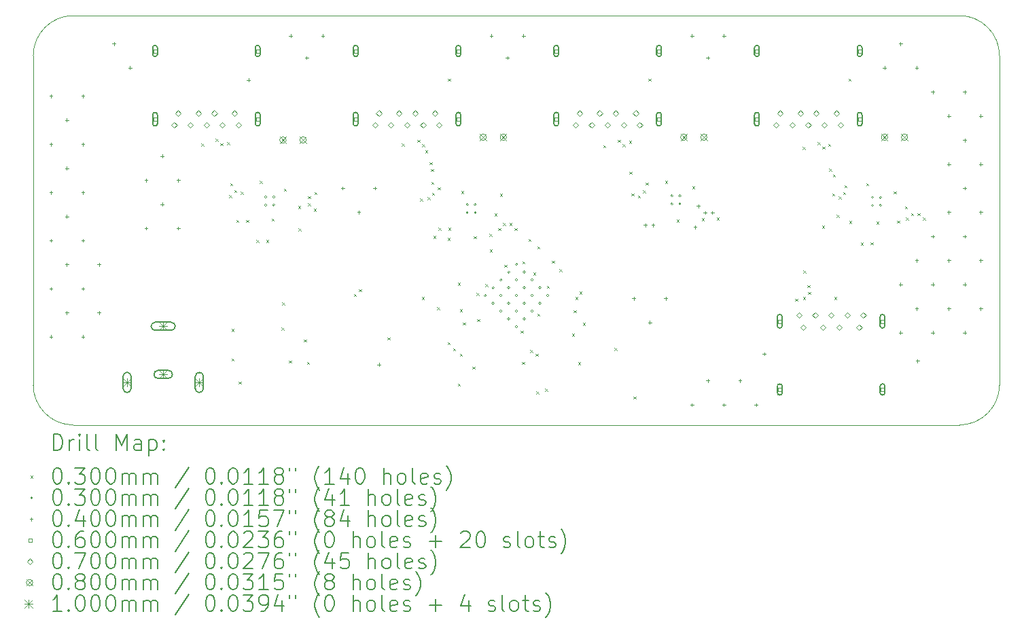
<source format=gbr>
%TF.GenerationSoftware,KiCad,Pcbnew,(6.0.8)*%
%TF.CreationDate,2023-07-25T16:12:53-04:00*%
%TF.ProjectId,Hybrid USB Hub (USB3.0),48796272-6964-4205-9553-422048756220,v1.0*%
%TF.SameCoordinates,Original*%
%TF.FileFunction,Drillmap*%
%TF.FilePolarity,Positive*%
%FSLAX45Y45*%
G04 Gerber Fmt 4.5, Leading zero omitted, Abs format (unit mm)*
G04 Created by KiCad (PCBNEW (6.0.8)) date 2023-07-25 16:12:53*
%MOMM*%
%LPD*%
G01*
G04 APERTURE LIST*
%ADD10C,0.100000*%
%ADD11C,0.200000*%
%ADD12C,0.030000*%
%ADD13C,0.040000*%
%ADD14C,0.060000*%
%ADD15C,0.070000*%
%ADD16C,0.080000*%
G04 APERTURE END LIST*
D10*
X20720000Y-8197107D02*
X20720000Y-12300000D01*
X8680000Y-12300000D02*
G75*
G03*
X9180000Y-12800000I500000J0D01*
G01*
X9180000Y-7697107D02*
G75*
G03*
X8680000Y-8197107I0J-500000D01*
G01*
X9180000Y-12800000D02*
X20220000Y-12800000D01*
X8680000Y-12300000D02*
X8680000Y-8197107D01*
X9180000Y-7697107D02*
X20220000Y-7697107D01*
X20720003Y-8197107D02*
G75*
G03*
X20220000Y-7697107I-500003J-3D01*
G01*
X20220000Y-12800000D02*
G75*
G03*
X20720000Y-12300000I0J500000D01*
G01*
D11*
D12*
X10772000Y-9293000D02*
X10802000Y-9323000D01*
X10802000Y-9293000D02*
X10772000Y-9323000D01*
X10953716Y-9229766D02*
X10983716Y-9259766D01*
X10983716Y-9229766D02*
X10953716Y-9259766D01*
X11010284Y-9286334D02*
X11040284Y-9316334D01*
X11040284Y-9286334D02*
X11010284Y-9316334D01*
X11095000Y-9275000D02*
X11125000Y-9305000D01*
X11125000Y-9275000D02*
X11095000Y-9305000D01*
X11120180Y-9934820D02*
X11150180Y-9964820D01*
X11150180Y-9934820D02*
X11120180Y-9964820D01*
X11135000Y-9785000D02*
X11165000Y-9815000D01*
X11165000Y-9785000D02*
X11135000Y-9815000D01*
X11151875Y-11602000D02*
X11181875Y-11632000D01*
X11181875Y-11602000D02*
X11151875Y-11632000D01*
X11151875Y-11972000D02*
X11181875Y-12002000D01*
X11181875Y-11972000D02*
X11151875Y-12002000D01*
X11183820Y-9871180D02*
X11213820Y-9901180D01*
X11213820Y-9871180D02*
X11183820Y-9901180D01*
X11212000Y-10243000D02*
X11242000Y-10273000D01*
X11242000Y-10243000D02*
X11212000Y-10273000D01*
X11241875Y-12257000D02*
X11271875Y-12287000D01*
X11271875Y-12257000D02*
X11241875Y-12287000D01*
X11267000Y-9893000D02*
X11297000Y-9923000D01*
X11297000Y-9893000D02*
X11267000Y-9923000D01*
X11332000Y-10243000D02*
X11362000Y-10273000D01*
X11362000Y-10243000D02*
X11332000Y-10273000D01*
X11462000Y-10493000D02*
X11492000Y-10523000D01*
X11492000Y-10493000D02*
X11462000Y-10523000D01*
X11502000Y-9758000D02*
X11532000Y-9788000D01*
X11532000Y-9758000D02*
X11502000Y-9788000D01*
X11582000Y-10493000D02*
X11612000Y-10523000D01*
X11612000Y-10493000D02*
X11582000Y-10523000D01*
X11651950Y-10228000D02*
X11681950Y-10258000D01*
X11681950Y-10228000D02*
X11651950Y-10258000D01*
X11771875Y-11587000D02*
X11801875Y-11617000D01*
X11801875Y-11587000D02*
X11771875Y-11617000D01*
X11779375Y-11272500D02*
X11809375Y-11302500D01*
X11809375Y-11272500D02*
X11779375Y-11302500D01*
X11802000Y-9853050D02*
X11832000Y-9883050D01*
X11832000Y-9853050D02*
X11802000Y-9883050D01*
X11867625Y-11994500D02*
X11897625Y-12024500D01*
X11897625Y-11994500D02*
X11867625Y-12024500D01*
X11982000Y-10068000D02*
X12012000Y-10098000D01*
X12012000Y-10068000D02*
X11982000Y-10098000D01*
X11985000Y-10351000D02*
X12015000Y-10381000D01*
X12015000Y-10351000D02*
X11985000Y-10381000D01*
X12051875Y-11732000D02*
X12081875Y-11762000D01*
X12081875Y-11732000D02*
X12051875Y-11762000D01*
X12091875Y-12012000D02*
X12121875Y-12042000D01*
X12121875Y-12012000D02*
X12091875Y-12042000D01*
X12102000Y-9948000D02*
X12132000Y-9978000D01*
X12132000Y-9948000D02*
X12102000Y-9978000D01*
X12102000Y-10038000D02*
X12132000Y-10068000D01*
X12132000Y-10038000D02*
X12102000Y-10068000D01*
X12175000Y-10105000D02*
X12205000Y-10135000D01*
X12205000Y-10105000D02*
X12175000Y-10135000D01*
X12185000Y-9895000D02*
X12215000Y-9925000D01*
X12215000Y-9895000D02*
X12185000Y-9925000D01*
X12674000Y-11165000D02*
X12704000Y-11195000D01*
X12704000Y-11165000D02*
X12674000Y-11195000D01*
X12737000Y-11108000D02*
X12767000Y-11138000D01*
X12767000Y-11108000D02*
X12737000Y-11138000D01*
X13092000Y-11708000D02*
X13122000Y-11738000D01*
X13122000Y-11708000D02*
X13092000Y-11738000D01*
X13272000Y-9293000D02*
X13302000Y-9323000D01*
X13302000Y-9293000D02*
X13272000Y-9323000D01*
X13467680Y-9244365D02*
X13497680Y-9274365D01*
X13497680Y-9244365D02*
X13467680Y-9274365D01*
X13500000Y-9975000D02*
X13530000Y-10005000D01*
X13530000Y-9975000D02*
X13500000Y-10005000D01*
X13522109Y-11203109D02*
X13552109Y-11233109D01*
X13552109Y-11203109D02*
X13522109Y-11233109D01*
X13524249Y-9300934D02*
X13554249Y-9330934D01*
X13554249Y-9300934D02*
X13524249Y-9330934D01*
X13565000Y-9375000D02*
X13595000Y-9405000D01*
X13595000Y-9375000D02*
X13565000Y-9405000D01*
X13593716Y-9961284D02*
X13623716Y-9991284D01*
X13623716Y-9961284D02*
X13593716Y-9991284D01*
X13617000Y-9523000D02*
X13647000Y-9553000D01*
X13647000Y-9523000D02*
X13617000Y-9553000D01*
X13637000Y-9608000D02*
X13667000Y-9638000D01*
X13667000Y-9608000D02*
X13637000Y-9638000D01*
X13640000Y-9770000D02*
X13670000Y-9800000D01*
X13670000Y-9770000D02*
X13640000Y-9800000D01*
X13650284Y-9904716D02*
X13680284Y-9934716D01*
X13680284Y-9904716D02*
X13650284Y-9934716D01*
X13667000Y-10443000D02*
X13697000Y-10473000D01*
X13697000Y-10443000D02*
X13667000Y-10473000D01*
X13712000Y-11333000D02*
X13742000Y-11363000D01*
X13742000Y-11333000D02*
X13712000Y-11363000D01*
X13722000Y-9838000D02*
X13752000Y-9868000D01*
X13752000Y-9838000D02*
X13722000Y-9868000D01*
X13727000Y-10343000D02*
X13757000Y-10373000D01*
X13757000Y-10343000D02*
X13727000Y-10373000D01*
X13843000Y-11766000D02*
X13873000Y-11796000D01*
X13873000Y-11766000D02*
X13843000Y-11796000D01*
X13844000Y-10467200D02*
X13874000Y-10497200D01*
X13874000Y-10467200D02*
X13844000Y-10497200D01*
X13847000Y-8483000D02*
X13877000Y-8513000D01*
X13877000Y-8483000D02*
X13847000Y-8513000D01*
X13852000Y-10343000D02*
X13882000Y-10373000D01*
X13882000Y-10343000D02*
X13852000Y-10373000D01*
X13909500Y-11845500D02*
X13939500Y-11875500D01*
X13939500Y-11845500D02*
X13909500Y-11875500D01*
X13972000Y-11024650D02*
X14002000Y-11054650D01*
X14002000Y-11024650D02*
X13972000Y-11054650D01*
X13972000Y-12283000D02*
X14002000Y-12313000D01*
X14002000Y-12283000D02*
X13972000Y-12313000D01*
X13994500Y-11910500D02*
X14024500Y-11940500D01*
X14024500Y-11910500D02*
X13994500Y-11940500D01*
X13997000Y-11355500D02*
X14027000Y-11385500D01*
X14027000Y-11355500D02*
X13997000Y-11385500D01*
X14012000Y-9882950D02*
X14042000Y-9912950D01*
X14042000Y-9882950D02*
X14012000Y-9912950D01*
X14034096Y-11520096D02*
X14064096Y-11550096D01*
X14064096Y-11520096D02*
X14034096Y-11550096D01*
X14154500Y-12070500D02*
X14184500Y-12100500D01*
X14184500Y-12070500D02*
X14154500Y-12100500D01*
X14167050Y-10448000D02*
X14197050Y-10478000D01*
X14197050Y-10448000D02*
X14167050Y-10478000D01*
X14202000Y-11153000D02*
X14232000Y-11183000D01*
X14232000Y-11153000D02*
X14202000Y-11183000D01*
X14212000Y-11480500D02*
X14242000Y-11510500D01*
X14242000Y-11480500D02*
X14212000Y-11510500D01*
X14312000Y-11043000D02*
X14342000Y-11073000D01*
X14342000Y-11043000D02*
X14312000Y-11073000D01*
X14362000Y-10418000D02*
X14392000Y-10448000D01*
X14392000Y-10418000D02*
X14362000Y-10448000D01*
X14370000Y-10610500D02*
X14400000Y-10640500D01*
X14400000Y-10610500D02*
X14370000Y-10640500D01*
X14427000Y-10163000D02*
X14457000Y-10193000D01*
X14457000Y-10163000D02*
X14427000Y-10193000D01*
X14475000Y-10345000D02*
X14505000Y-10375000D01*
X14505000Y-10345000D02*
X14475000Y-10375000D01*
X14497000Y-9918000D02*
X14527000Y-9948000D01*
X14527000Y-9918000D02*
X14497000Y-9948000D01*
X14532000Y-10283000D02*
X14562000Y-10313000D01*
X14562000Y-10283000D02*
X14532000Y-10313000D01*
X14552000Y-10803000D02*
X14582000Y-10833000D01*
X14582000Y-10803000D02*
X14552000Y-10833000D01*
X14612000Y-10283000D02*
X14642000Y-10313000D01*
X14642000Y-10283000D02*
X14612000Y-10313000D01*
X14675000Y-10345000D02*
X14705000Y-10375000D01*
X14705000Y-10345000D02*
X14675000Y-10375000D01*
X14752000Y-11623000D02*
X14782000Y-11653000D01*
X14782000Y-11623000D02*
X14752000Y-11653000D01*
X14772000Y-12013000D02*
X14802000Y-12043000D01*
X14802000Y-12013000D02*
X14772000Y-12043000D01*
X14773338Y-10761662D02*
X14803338Y-10791662D01*
X14803338Y-10761662D02*
X14773338Y-10791662D01*
X14849500Y-10480500D02*
X14879500Y-10510500D01*
X14879500Y-10480500D02*
X14849500Y-10510500D01*
X14873295Y-11863000D02*
X14903295Y-11893000D01*
X14903295Y-11863000D02*
X14873295Y-11893000D01*
X14910849Y-10899172D02*
X14940849Y-10929172D01*
X14940849Y-10899172D02*
X14910849Y-10929172D01*
X14940350Y-11910500D02*
X14970350Y-11940500D01*
X14970350Y-11910500D02*
X14940350Y-11940500D01*
X14947000Y-12383000D02*
X14977000Y-12413000D01*
X14977000Y-12383000D02*
X14947000Y-12413000D01*
X14960000Y-10574000D02*
X14990000Y-10604000D01*
X14990000Y-10574000D02*
X14960000Y-10604000D01*
X14962000Y-11413000D02*
X14992000Y-11443000D01*
X14992000Y-11413000D02*
X14962000Y-11443000D01*
X15057000Y-12348000D02*
X15087000Y-12378000D01*
X15087000Y-12348000D02*
X15057000Y-12378000D01*
X15078338Y-11066662D02*
X15108338Y-11096662D01*
X15108338Y-11066662D02*
X15078338Y-11096662D01*
X15142000Y-10753000D02*
X15172000Y-10783000D01*
X15172000Y-10753000D02*
X15142000Y-10783000D01*
X15234999Y-10858999D02*
X15264999Y-10888999D01*
X15264999Y-10858999D02*
X15234999Y-10888999D01*
X15392000Y-11663000D02*
X15422000Y-11693000D01*
X15422000Y-11663000D02*
X15392000Y-11693000D01*
X15413000Y-11369000D02*
X15443000Y-11399000D01*
X15443000Y-11369000D02*
X15413000Y-11399000D01*
X15434000Y-11203999D02*
X15464000Y-11233999D01*
X15464000Y-11203999D02*
X15434000Y-11233999D01*
X15467000Y-12016350D02*
X15497000Y-12046350D01*
X15497000Y-12016350D02*
X15467000Y-12046350D01*
X15485000Y-11135000D02*
X15515000Y-11165000D01*
X15515000Y-11135000D02*
X15485000Y-11165000D01*
X15530017Y-11524165D02*
X15560017Y-11554165D01*
X15560017Y-11524165D02*
X15530017Y-11554165D01*
X15782000Y-9313000D02*
X15812000Y-9343000D01*
X15812000Y-9313000D02*
X15782000Y-9343000D01*
X15920017Y-11839165D02*
X15950017Y-11869165D01*
X15950017Y-11839165D02*
X15920017Y-11869165D01*
X15965232Y-9243199D02*
X15995232Y-9273199D01*
X15995232Y-9243199D02*
X15965232Y-9273199D01*
X16021801Y-9299768D02*
X16051801Y-9329768D01*
X16051801Y-9299768D02*
X16021801Y-9329768D01*
X16105000Y-9255000D02*
X16135000Y-9285000D01*
X16135000Y-9255000D02*
X16105000Y-9285000D01*
X16106502Y-9642502D02*
X16136502Y-9672502D01*
X16136502Y-9642502D02*
X16106502Y-9672502D01*
X16135000Y-9915000D02*
X16165000Y-9945000D01*
X16165000Y-9915000D02*
X16135000Y-9945000D01*
X16157000Y-12443000D02*
X16187000Y-12473000D01*
X16187000Y-12443000D02*
X16157000Y-12473000D01*
X16215180Y-9939820D02*
X16245180Y-9969820D01*
X16245180Y-9939820D02*
X16215180Y-9969820D01*
X16278820Y-9876180D02*
X16308820Y-9906180D01*
X16308820Y-9876180D02*
X16278820Y-9906180D01*
X16312000Y-9778000D02*
X16342000Y-9808000D01*
X16342000Y-9778000D02*
X16312000Y-9808000D01*
X16347000Y-8483000D02*
X16377000Y-8513000D01*
X16377000Y-8483000D02*
X16347000Y-8513000D01*
X16552075Y-9758050D02*
X16582075Y-9788050D01*
X16582075Y-9758050D02*
X16552075Y-9788050D01*
X16698268Y-10237876D02*
X16728268Y-10267876D01*
X16728268Y-10237876D02*
X16698268Y-10267876D01*
X16892000Y-9823000D02*
X16922000Y-9853000D01*
X16922000Y-9823000D02*
X16892000Y-9853000D01*
X17008938Y-10223461D02*
X17038938Y-10253461D01*
X17038938Y-10223461D02*
X17008938Y-10253461D01*
X17195000Y-10215000D02*
X17225000Y-10245000D01*
X17225000Y-10215000D02*
X17195000Y-10245000D01*
X18175000Y-11225000D02*
X18205000Y-11255000D01*
X18205000Y-11225000D02*
X18175000Y-11255000D01*
X18267000Y-9333000D02*
X18297000Y-9363000D01*
X18297000Y-9333000D02*
X18267000Y-9363000D01*
X18270180Y-11204820D02*
X18300180Y-11234820D01*
X18300180Y-11204820D02*
X18270180Y-11234820D01*
X18277000Y-10873000D02*
X18307000Y-10903000D01*
X18307000Y-10873000D02*
X18277000Y-10903000D01*
X18325000Y-11055000D02*
X18355000Y-11085000D01*
X18355000Y-11055000D02*
X18325000Y-11085000D01*
X18333820Y-11141180D02*
X18363820Y-11171180D01*
X18363820Y-11141180D02*
X18333820Y-11171180D01*
X18455360Y-9272511D02*
X18485360Y-9302511D01*
X18485360Y-9272511D02*
X18455360Y-9302511D01*
X18507000Y-10316350D02*
X18537000Y-10346350D01*
X18537000Y-10316350D02*
X18507000Y-10346350D01*
X18511929Y-9329080D02*
X18541929Y-9359080D01*
X18541929Y-9329080D02*
X18511929Y-9359080D01*
X18585000Y-9295000D02*
X18615000Y-9325000D01*
X18615000Y-9295000D02*
X18585000Y-9325000D01*
X18597000Y-9603050D02*
X18627000Y-9633050D01*
X18627000Y-9603050D02*
X18597000Y-9633050D01*
X18635000Y-9915000D02*
X18665000Y-9945000D01*
X18665000Y-9915000D02*
X18635000Y-9945000D01*
X18642000Y-9678000D02*
X18672000Y-9708000D01*
X18672000Y-9678000D02*
X18642000Y-9708000D01*
X18662000Y-11203000D02*
X18692000Y-11233000D01*
X18692000Y-11203000D02*
X18662000Y-11233000D01*
X18692000Y-10178000D02*
X18722000Y-10208000D01*
X18722000Y-10178000D02*
X18692000Y-10208000D01*
X18715061Y-9952629D02*
X18745061Y-9982629D01*
X18745061Y-9952629D02*
X18715061Y-9982629D01*
X18771629Y-9896061D02*
X18801629Y-9926061D01*
X18801629Y-9896061D02*
X18771629Y-9926061D01*
X18787000Y-9813000D02*
X18817000Y-9843000D01*
X18817000Y-9813000D02*
X18787000Y-9843000D01*
X18837000Y-8483000D02*
X18867000Y-8513000D01*
X18867000Y-8483000D02*
X18837000Y-8513000D01*
X18847000Y-10256400D02*
X18877000Y-10286400D01*
X18877000Y-10256400D02*
X18847000Y-10286400D01*
X18992000Y-10528000D02*
X19022000Y-10558000D01*
X19022000Y-10528000D02*
X18992000Y-10558000D01*
X19057000Y-9787950D02*
X19087000Y-9817950D01*
X19087000Y-9787950D02*
X19057000Y-9817950D01*
X19112000Y-10523000D02*
X19142000Y-10553000D01*
X19142000Y-10523000D02*
X19112000Y-10553000D01*
X19187050Y-10263000D02*
X19217050Y-10293000D01*
X19217050Y-10263000D02*
X19187050Y-10293000D01*
X19402000Y-9888000D02*
X19432000Y-9918000D01*
X19432000Y-9888000D02*
X19402000Y-9918000D01*
X19442000Y-10253000D02*
X19472000Y-10283000D01*
X19472000Y-10253000D02*
X19442000Y-10283000D01*
X19542000Y-10073000D02*
X19572000Y-10103000D01*
X19572000Y-10073000D02*
X19542000Y-10103000D01*
X19555000Y-10215000D02*
X19585000Y-10245000D01*
X19585000Y-10215000D02*
X19555000Y-10245000D01*
X19617000Y-10158000D02*
X19647000Y-10188000D01*
X19647000Y-10158000D02*
X19617000Y-10188000D01*
X19697000Y-10158000D02*
X19727000Y-10188000D01*
X19727000Y-10158000D02*
X19697000Y-10188000D01*
X19765000Y-10215000D02*
X19795000Y-10245000D01*
X19795000Y-10215000D02*
X19765000Y-10245000D01*
X11592000Y-9958000D02*
G75*
G03*
X11592000Y-9958000I-15000J0D01*
G01*
X11592000Y-10058000D02*
G75*
G03*
X11592000Y-10058000I-15000J0D01*
G01*
X11692000Y-9958000D02*
G75*
G03*
X11692000Y-9958000I-15000J0D01*
G01*
X11692000Y-10058000D02*
G75*
G03*
X11692000Y-10058000I-15000J0D01*
G01*
X14102000Y-10053000D02*
G75*
G03*
X14102000Y-10053000I-15000J0D01*
G01*
X14102000Y-10153000D02*
G75*
G03*
X14102000Y-10153000I-15000J0D01*
G01*
X14202000Y-10053000D02*
G75*
G03*
X14202000Y-10053000I-15000J0D01*
G01*
X14202000Y-10153000D02*
G75*
G03*
X14202000Y-10153000I-15000J0D01*
G01*
X14328637Y-11185773D02*
G75*
G03*
X14328637Y-11185773I-15000J0D01*
G01*
X14425864Y-11088546D02*
G75*
G03*
X14425864Y-11088546I-15000J0D01*
G01*
X14425864Y-11283000D02*
G75*
G03*
X14425864Y-11283000I-15000J0D01*
G01*
X14523091Y-10991318D02*
G75*
G03*
X14523091Y-10991318I-15000J0D01*
G01*
X14523091Y-11185773D02*
G75*
G03*
X14523091Y-11185773I-15000J0D01*
G01*
X14523091Y-11380227D02*
G75*
G03*
X14523091Y-11380227I-15000J0D01*
G01*
X14620318Y-10894091D02*
G75*
G03*
X14620318Y-10894091I-15000J0D01*
G01*
X14620318Y-11088546D02*
G75*
G03*
X14620318Y-11088546I-15000J0D01*
G01*
X14620318Y-11283000D02*
G75*
G03*
X14620318Y-11283000I-15000J0D01*
G01*
X14620318Y-11477454D02*
G75*
G03*
X14620318Y-11477454I-15000J0D01*
G01*
X14717546Y-10796864D02*
G75*
G03*
X14717546Y-10796864I-15000J0D01*
G01*
X14717546Y-10991318D02*
G75*
G03*
X14717546Y-10991318I-15000J0D01*
G01*
X14717546Y-11185773D02*
G75*
G03*
X14717546Y-11185773I-15000J0D01*
G01*
X14717546Y-11380227D02*
G75*
G03*
X14717546Y-11380227I-15000J0D01*
G01*
X14717546Y-11574681D02*
G75*
G03*
X14717546Y-11574681I-15000J0D01*
G01*
X14814773Y-10894091D02*
G75*
G03*
X14814773Y-10894091I-15000J0D01*
G01*
X14814773Y-11088546D02*
G75*
G03*
X14814773Y-11088546I-15000J0D01*
G01*
X14814773Y-11283000D02*
G75*
G03*
X14814773Y-11283000I-15000J0D01*
G01*
X14814773Y-11477454D02*
G75*
G03*
X14814773Y-11477454I-15000J0D01*
G01*
X14912000Y-10991318D02*
G75*
G03*
X14912000Y-10991318I-15000J0D01*
G01*
X14912000Y-11185773D02*
G75*
G03*
X14912000Y-11185773I-15000J0D01*
G01*
X14912000Y-11380227D02*
G75*
G03*
X14912000Y-11380227I-15000J0D01*
G01*
X15009227Y-11088546D02*
G75*
G03*
X15009227Y-11088546I-15000J0D01*
G01*
X15009227Y-11283000D02*
G75*
G03*
X15009227Y-11283000I-15000J0D01*
G01*
X15106454Y-11185773D02*
G75*
G03*
X15106454Y-11185773I-15000J0D01*
G01*
X16652000Y-9943000D02*
G75*
G03*
X16652000Y-9943000I-15000J0D01*
G01*
X16652000Y-10043000D02*
G75*
G03*
X16652000Y-10043000I-15000J0D01*
G01*
X16752000Y-9943000D02*
G75*
G03*
X16752000Y-9943000I-15000J0D01*
G01*
X16752000Y-10043000D02*
G75*
G03*
X16752000Y-10043000I-15000J0D01*
G01*
X19152000Y-9963000D02*
G75*
G03*
X19152000Y-9963000I-15000J0D01*
G01*
X19152000Y-10063000D02*
G75*
G03*
X19152000Y-10063000I-15000J0D01*
G01*
X19252000Y-9963000D02*
G75*
G03*
X19252000Y-9963000I-15000J0D01*
G01*
X19252000Y-10063000D02*
G75*
G03*
X19252000Y-10063000I-15000J0D01*
G01*
D13*
X8900000Y-8680000D02*
X8900000Y-8720000D01*
X8880000Y-8700000D02*
X8920000Y-8700000D01*
X8900000Y-9280000D02*
X8900000Y-9320000D01*
X8880000Y-9300000D02*
X8920000Y-9300000D01*
X8900000Y-9880000D02*
X8900000Y-9920000D01*
X8880000Y-9900000D02*
X8920000Y-9900000D01*
X8900000Y-10480000D02*
X8900000Y-10520000D01*
X8880000Y-10500000D02*
X8920000Y-10500000D01*
X8900000Y-11080000D02*
X8900000Y-11120000D01*
X8880000Y-11100000D02*
X8920000Y-11100000D01*
X8900000Y-11680000D02*
X8900000Y-11720000D01*
X8880000Y-11700000D02*
X8920000Y-11700000D01*
X9100000Y-8980000D02*
X9100000Y-9020000D01*
X9080000Y-9000000D02*
X9120000Y-9000000D01*
X9100000Y-9580000D02*
X9100000Y-9620000D01*
X9080000Y-9600000D02*
X9120000Y-9600000D01*
X9100000Y-10180000D02*
X9100000Y-10220000D01*
X9080000Y-10200000D02*
X9120000Y-10200000D01*
X9100000Y-10780000D02*
X9100000Y-10820000D01*
X9080000Y-10800000D02*
X9120000Y-10800000D01*
X9100000Y-11380000D02*
X9100000Y-11420000D01*
X9080000Y-11400000D02*
X9120000Y-11400000D01*
X9300000Y-8680000D02*
X9300000Y-8720000D01*
X9280000Y-8700000D02*
X9320000Y-8700000D01*
X9300000Y-9280000D02*
X9300000Y-9320000D01*
X9280000Y-9300000D02*
X9320000Y-9300000D01*
X9300000Y-9880000D02*
X9300000Y-9920000D01*
X9280000Y-9900000D02*
X9320000Y-9900000D01*
X9300000Y-10480000D02*
X9300000Y-10520000D01*
X9280000Y-10500000D02*
X9320000Y-10500000D01*
X9300000Y-11080000D02*
X9300000Y-11120000D01*
X9280000Y-11100000D02*
X9320000Y-11100000D01*
X9300000Y-11680000D02*
X9300000Y-11720000D01*
X9280000Y-11700000D02*
X9320000Y-11700000D01*
X9500000Y-10780000D02*
X9500000Y-10820000D01*
X9480000Y-10800000D02*
X9520000Y-10800000D01*
X9500000Y-11380000D02*
X9500000Y-11420000D01*
X9480000Y-11400000D02*
X9520000Y-11400000D01*
X9687000Y-8028000D02*
X9687000Y-8068000D01*
X9667000Y-8048000D02*
X9707000Y-8048000D01*
X9887000Y-8328000D02*
X9887000Y-8368000D01*
X9867000Y-8348000D02*
X9907000Y-8348000D01*
X10087000Y-9728000D02*
X10087000Y-9768000D01*
X10067000Y-9748000D02*
X10107000Y-9748000D01*
X10087000Y-10328000D02*
X10087000Y-10368000D01*
X10067000Y-10348000D02*
X10107000Y-10348000D01*
X10287000Y-9428000D02*
X10287000Y-9468000D01*
X10267000Y-9448000D02*
X10307000Y-9448000D01*
X10287000Y-10028000D02*
X10287000Y-10068000D01*
X10267000Y-10048000D02*
X10307000Y-10048000D01*
X10487000Y-9728000D02*
X10487000Y-9768000D01*
X10467000Y-9748000D02*
X10507000Y-9748000D01*
X10487000Y-10328000D02*
X10487000Y-10368000D01*
X10467000Y-10348000D02*
X10507000Y-10348000D01*
X11362000Y-8478000D02*
X11362000Y-8518000D01*
X11342000Y-8498000D02*
X11382000Y-8498000D01*
X11887000Y-7928000D02*
X11887000Y-7968000D01*
X11867000Y-7948000D02*
X11907000Y-7948000D01*
X12087000Y-8203000D02*
X12087000Y-8243000D01*
X12067000Y-8223000D02*
X12107000Y-8223000D01*
X12287000Y-7928000D02*
X12287000Y-7968000D01*
X12267000Y-7948000D02*
X12307000Y-7948000D01*
X12537000Y-9828000D02*
X12537000Y-9868000D01*
X12517000Y-9848000D02*
X12557000Y-9848000D01*
X12737000Y-10128000D02*
X12737000Y-10168000D01*
X12717000Y-10148000D02*
X12757000Y-10148000D01*
X12937000Y-9828000D02*
X12937000Y-9868000D01*
X12917000Y-9848000D02*
X12957000Y-9848000D01*
X12987000Y-12028000D02*
X12987000Y-12068000D01*
X12967000Y-12048000D02*
X13007000Y-12048000D01*
X14387000Y-7928000D02*
X14387000Y-7968000D01*
X14367000Y-7948000D02*
X14407000Y-7948000D01*
X14587000Y-8203000D02*
X14587000Y-8243000D01*
X14567000Y-8223000D02*
X14607000Y-8223000D01*
X14787000Y-7928000D02*
X14787000Y-7968000D01*
X14767000Y-7948000D02*
X14807000Y-7948000D01*
X16162000Y-11203000D02*
X16162000Y-11243000D01*
X16142000Y-11223000D02*
X16182000Y-11223000D01*
X16307000Y-10288000D02*
X16307000Y-10328000D01*
X16287000Y-10308000D02*
X16327000Y-10308000D01*
X16362000Y-11503000D02*
X16362000Y-11543000D01*
X16342000Y-11523000D02*
X16382000Y-11523000D01*
X16402000Y-10288000D02*
X16402000Y-10328000D01*
X16382000Y-10308000D02*
X16422000Y-10308000D01*
X16562000Y-11203000D02*
X16562000Y-11243000D01*
X16542000Y-11223000D02*
X16582000Y-11223000D01*
X16887000Y-7928000D02*
X16887000Y-7968000D01*
X16867000Y-7948000D02*
X16907000Y-7948000D01*
X16887000Y-12528000D02*
X16887000Y-12568000D01*
X16867000Y-12548000D02*
X16907000Y-12548000D01*
X16927000Y-10313000D02*
X16927000Y-10353000D01*
X16907000Y-10333000D02*
X16947000Y-10333000D01*
X16967000Y-10049650D02*
X16967000Y-10089650D01*
X16947000Y-10069650D02*
X16987000Y-10069650D01*
X17052000Y-10133000D02*
X17052000Y-10173000D01*
X17032000Y-10153000D02*
X17072000Y-10153000D01*
X17087000Y-8203000D02*
X17087000Y-8243000D01*
X17067000Y-8223000D02*
X17107000Y-8223000D01*
X17087000Y-12228000D02*
X17087000Y-12268000D01*
X17067000Y-12248000D02*
X17107000Y-12248000D01*
X17142000Y-10133000D02*
X17142000Y-10173000D01*
X17122000Y-10153000D02*
X17162000Y-10153000D01*
X17287000Y-7928000D02*
X17287000Y-7968000D01*
X17267000Y-7948000D02*
X17307000Y-7948000D01*
X17287000Y-12528000D02*
X17287000Y-12568000D01*
X17267000Y-12548000D02*
X17307000Y-12548000D01*
X17487000Y-12228000D02*
X17487000Y-12268000D01*
X17467000Y-12248000D02*
X17507000Y-12248000D01*
X17687000Y-12528000D02*
X17687000Y-12568000D01*
X17667000Y-12548000D02*
X17707000Y-12548000D01*
X17787000Y-11893000D02*
X17787000Y-11933000D01*
X17767000Y-11913000D02*
X17807000Y-11913000D01*
X19287000Y-8328000D02*
X19287000Y-8368000D01*
X19267000Y-8348000D02*
X19307000Y-8348000D01*
X19487000Y-8028000D02*
X19487000Y-8068000D01*
X19467000Y-8048000D02*
X19507000Y-8048000D01*
X19487000Y-11028000D02*
X19487000Y-11068000D01*
X19467000Y-11048000D02*
X19507000Y-11048000D01*
X19487000Y-11628000D02*
X19487000Y-11668000D01*
X19467000Y-11648000D02*
X19507000Y-11648000D01*
X19687000Y-8328000D02*
X19687000Y-8368000D01*
X19667000Y-8348000D02*
X19707000Y-8348000D01*
X19687000Y-10728000D02*
X19687000Y-10768000D01*
X19667000Y-10748000D02*
X19707000Y-10748000D01*
X19687000Y-11328000D02*
X19687000Y-11368000D01*
X19667000Y-11348000D02*
X19707000Y-11348000D01*
X19700000Y-11980000D02*
X19700000Y-12020000D01*
X19680000Y-12000000D02*
X19720000Y-12000000D01*
X19887000Y-8628000D02*
X19887000Y-8668000D01*
X19867000Y-8648000D02*
X19907000Y-8648000D01*
X19887000Y-10428000D02*
X19887000Y-10468000D01*
X19867000Y-10448000D02*
X19907000Y-10448000D01*
X19887000Y-11028000D02*
X19887000Y-11068000D01*
X19867000Y-11048000D02*
X19907000Y-11048000D01*
X19887000Y-11628000D02*
X19887000Y-11668000D01*
X19867000Y-11648000D02*
X19907000Y-11648000D01*
X20087000Y-8928000D02*
X20087000Y-8968000D01*
X20067000Y-8948000D02*
X20107000Y-8948000D01*
X20087000Y-9528000D02*
X20087000Y-9568000D01*
X20067000Y-9548000D02*
X20107000Y-9548000D01*
X20087000Y-10128000D02*
X20087000Y-10168000D01*
X20067000Y-10148000D02*
X20107000Y-10148000D01*
X20087000Y-10728000D02*
X20087000Y-10768000D01*
X20067000Y-10748000D02*
X20107000Y-10748000D01*
X20087000Y-11328000D02*
X20087000Y-11368000D01*
X20067000Y-11348000D02*
X20107000Y-11348000D01*
X20287000Y-8628000D02*
X20287000Y-8668000D01*
X20267000Y-8648000D02*
X20307000Y-8648000D01*
X20287000Y-9228000D02*
X20287000Y-9268000D01*
X20267000Y-9248000D02*
X20307000Y-9248000D01*
X20287000Y-9828000D02*
X20287000Y-9868000D01*
X20267000Y-9848000D02*
X20307000Y-9848000D01*
X20287000Y-10428000D02*
X20287000Y-10468000D01*
X20267000Y-10448000D02*
X20307000Y-10448000D01*
X20287000Y-11028000D02*
X20287000Y-11068000D01*
X20267000Y-11048000D02*
X20307000Y-11048000D01*
X20287000Y-11628000D02*
X20287000Y-11668000D01*
X20267000Y-11648000D02*
X20307000Y-11648000D01*
X20487000Y-8928000D02*
X20487000Y-8968000D01*
X20467000Y-8948000D02*
X20507000Y-8948000D01*
X20487000Y-9528000D02*
X20487000Y-9568000D01*
X20467000Y-9548000D02*
X20507000Y-9548000D01*
X20487000Y-10128000D02*
X20487000Y-10168000D01*
X20467000Y-10148000D02*
X20507000Y-10148000D01*
X20487000Y-10728000D02*
X20487000Y-10768000D01*
X20467000Y-10748000D02*
X20507000Y-10748000D01*
X20487000Y-11328000D02*
X20487000Y-11368000D01*
X20467000Y-11348000D02*
X20507000Y-11348000D01*
D14*
X10218213Y-8159213D02*
X10218213Y-8116787D01*
X10175787Y-8116787D01*
X10175787Y-8159213D01*
X10218213Y-8159213D01*
D11*
X10227000Y-8178000D02*
X10227000Y-8098000D01*
X10167000Y-8178000D02*
X10167000Y-8098000D01*
X10227000Y-8098000D02*
G75*
G03*
X10167000Y-8098000I-30000J0D01*
G01*
X10167000Y-8178000D02*
G75*
G03*
X10227000Y-8178000I30000J0D01*
G01*
D14*
X10218213Y-9009213D02*
X10218213Y-8966787D01*
X10175787Y-8966787D01*
X10175787Y-9009213D01*
X10218213Y-9009213D01*
D11*
X10227000Y-9043000D02*
X10227000Y-8933000D01*
X10167000Y-9043000D02*
X10167000Y-8933000D01*
X10227000Y-8933000D02*
G75*
G03*
X10167000Y-8933000I-30000J0D01*
G01*
X10167000Y-9043000D02*
G75*
G03*
X10227000Y-9043000I30000J0D01*
G01*
D14*
X11498213Y-8159213D02*
X11498213Y-8116787D01*
X11455787Y-8116787D01*
X11455787Y-8159213D01*
X11498213Y-8159213D01*
D11*
X11507000Y-8178000D02*
X11507000Y-8098000D01*
X11447000Y-8178000D02*
X11447000Y-8098000D01*
X11507000Y-8098000D02*
G75*
G03*
X11447000Y-8098000I-30000J0D01*
G01*
X11447000Y-8178000D02*
G75*
G03*
X11507000Y-8178000I30000J0D01*
G01*
D14*
X11498213Y-9009213D02*
X11498213Y-8966787D01*
X11455787Y-8966787D01*
X11455787Y-9009213D01*
X11498213Y-9009213D01*
D11*
X11507000Y-9043000D02*
X11507000Y-8933000D01*
X11447000Y-9043000D02*
X11447000Y-8933000D01*
X11507000Y-8933000D02*
G75*
G03*
X11447000Y-8933000I-30000J0D01*
G01*
X11447000Y-9043000D02*
G75*
G03*
X11507000Y-9043000I30000J0D01*
G01*
D14*
X12718213Y-8159213D02*
X12718213Y-8116787D01*
X12675787Y-8116787D01*
X12675787Y-8159213D01*
X12718213Y-8159213D01*
D11*
X12727000Y-8178000D02*
X12727000Y-8098000D01*
X12667000Y-8178000D02*
X12667000Y-8098000D01*
X12727000Y-8098000D02*
G75*
G03*
X12667000Y-8098000I-30000J0D01*
G01*
X12667000Y-8178000D02*
G75*
G03*
X12727000Y-8178000I30000J0D01*
G01*
D14*
X12718213Y-9009213D02*
X12718213Y-8966787D01*
X12675787Y-8966787D01*
X12675787Y-9009213D01*
X12718213Y-9009213D01*
D11*
X12727000Y-9043000D02*
X12727000Y-8933000D01*
X12667000Y-9043000D02*
X12667000Y-8933000D01*
X12727000Y-8933000D02*
G75*
G03*
X12667000Y-8933000I-30000J0D01*
G01*
X12667000Y-9043000D02*
G75*
G03*
X12727000Y-9043000I30000J0D01*
G01*
D14*
X13998213Y-8159213D02*
X13998213Y-8116787D01*
X13955787Y-8116787D01*
X13955787Y-8159213D01*
X13998213Y-8159213D01*
D11*
X14007000Y-8178000D02*
X14007000Y-8098000D01*
X13947000Y-8178000D02*
X13947000Y-8098000D01*
X14007000Y-8098000D02*
G75*
G03*
X13947000Y-8098000I-30000J0D01*
G01*
X13947000Y-8178000D02*
G75*
G03*
X14007000Y-8178000I30000J0D01*
G01*
D14*
X13998213Y-9009213D02*
X13998213Y-8966787D01*
X13955787Y-8966787D01*
X13955787Y-9009213D01*
X13998213Y-9009213D01*
D11*
X14007000Y-9043000D02*
X14007000Y-8933000D01*
X13947000Y-9043000D02*
X13947000Y-8933000D01*
X14007000Y-8933000D02*
G75*
G03*
X13947000Y-8933000I-30000J0D01*
G01*
X13947000Y-9043000D02*
G75*
G03*
X14007000Y-9043000I30000J0D01*
G01*
D14*
X15218213Y-8159213D02*
X15218213Y-8116787D01*
X15175787Y-8116787D01*
X15175787Y-8159213D01*
X15218213Y-8159213D01*
D11*
X15227000Y-8178000D02*
X15227000Y-8098000D01*
X15167000Y-8178000D02*
X15167000Y-8098000D01*
X15227000Y-8098000D02*
G75*
G03*
X15167000Y-8098000I-30000J0D01*
G01*
X15167000Y-8178000D02*
G75*
G03*
X15227000Y-8178000I30000J0D01*
G01*
D14*
X15218213Y-9009213D02*
X15218213Y-8966787D01*
X15175787Y-8966787D01*
X15175787Y-9009213D01*
X15218213Y-9009213D01*
D11*
X15227000Y-9043000D02*
X15227000Y-8933000D01*
X15167000Y-9043000D02*
X15167000Y-8933000D01*
X15227000Y-8933000D02*
G75*
G03*
X15167000Y-8933000I-30000J0D01*
G01*
X15167000Y-9043000D02*
G75*
G03*
X15227000Y-9043000I30000J0D01*
G01*
D14*
X16498213Y-8159213D02*
X16498213Y-8116787D01*
X16455787Y-8116787D01*
X16455787Y-8159213D01*
X16498213Y-8159213D01*
D11*
X16507000Y-8178000D02*
X16507000Y-8098000D01*
X16447000Y-8178000D02*
X16447000Y-8098000D01*
X16507000Y-8098000D02*
G75*
G03*
X16447000Y-8098000I-30000J0D01*
G01*
X16447000Y-8178000D02*
G75*
G03*
X16507000Y-8178000I30000J0D01*
G01*
D14*
X16498213Y-9009213D02*
X16498213Y-8966787D01*
X16455787Y-8966787D01*
X16455787Y-9009213D01*
X16498213Y-9009213D01*
D11*
X16507000Y-9043000D02*
X16507000Y-8933000D01*
X16447000Y-9043000D02*
X16447000Y-8933000D01*
X16507000Y-8933000D02*
G75*
G03*
X16447000Y-8933000I-30000J0D01*
G01*
X16447000Y-9043000D02*
G75*
G03*
X16507000Y-9043000I30000J0D01*
G01*
D14*
X17718213Y-8159213D02*
X17718213Y-8116787D01*
X17675787Y-8116787D01*
X17675787Y-8159213D01*
X17718213Y-8159213D01*
D11*
X17727000Y-8178000D02*
X17727000Y-8098000D01*
X17667000Y-8178000D02*
X17667000Y-8098000D01*
X17727000Y-8098000D02*
G75*
G03*
X17667000Y-8098000I-30000J0D01*
G01*
X17667000Y-8178000D02*
G75*
G03*
X17727000Y-8178000I30000J0D01*
G01*
D14*
X17718213Y-9009213D02*
X17718213Y-8966787D01*
X17675787Y-8966787D01*
X17675787Y-9009213D01*
X17718213Y-9009213D01*
D11*
X17727000Y-9043000D02*
X17727000Y-8933000D01*
X17667000Y-9043000D02*
X17667000Y-8933000D01*
X17727000Y-8933000D02*
G75*
G03*
X17667000Y-8933000I-30000J0D01*
G01*
X17667000Y-9043000D02*
G75*
G03*
X17727000Y-9043000I30000J0D01*
G01*
D14*
X18003213Y-11529213D02*
X18003213Y-11486787D01*
X17960787Y-11486787D01*
X17960787Y-11529213D01*
X18003213Y-11529213D01*
D11*
X17952000Y-11453000D02*
X17952000Y-11563000D01*
X18012000Y-11453000D02*
X18012000Y-11563000D01*
X17952000Y-11563000D02*
G75*
G03*
X18012000Y-11563000I30000J0D01*
G01*
X18012000Y-11453000D02*
G75*
G03*
X17952000Y-11453000I-30000J0D01*
G01*
D14*
X18003213Y-12379213D02*
X18003213Y-12336787D01*
X17960787Y-12336787D01*
X17960787Y-12379213D01*
X18003213Y-12379213D01*
D11*
X17952000Y-12318000D02*
X17952000Y-12398000D01*
X18012000Y-12318000D02*
X18012000Y-12398000D01*
X17952000Y-12398000D02*
G75*
G03*
X18012000Y-12398000I30000J0D01*
G01*
X18012000Y-12318000D02*
G75*
G03*
X17952000Y-12318000I-30000J0D01*
G01*
D14*
X18998213Y-8159213D02*
X18998213Y-8116787D01*
X18955787Y-8116787D01*
X18955787Y-8159213D01*
X18998213Y-8159213D01*
D11*
X19007000Y-8178000D02*
X19007000Y-8098000D01*
X18947000Y-8178000D02*
X18947000Y-8098000D01*
X19007000Y-8098000D02*
G75*
G03*
X18947000Y-8098000I-30000J0D01*
G01*
X18947000Y-8178000D02*
G75*
G03*
X19007000Y-8178000I30000J0D01*
G01*
D14*
X18998213Y-9009213D02*
X18998213Y-8966787D01*
X18955787Y-8966787D01*
X18955787Y-9009213D01*
X18998213Y-9009213D01*
D11*
X19007000Y-9043000D02*
X19007000Y-8933000D01*
X18947000Y-9043000D02*
X18947000Y-8933000D01*
X19007000Y-8933000D02*
G75*
G03*
X18947000Y-8933000I-30000J0D01*
G01*
X18947000Y-9043000D02*
G75*
G03*
X19007000Y-9043000I30000J0D01*
G01*
D14*
X19283213Y-11529213D02*
X19283213Y-11486787D01*
X19240787Y-11486787D01*
X19240787Y-11529213D01*
X19283213Y-11529213D01*
D11*
X19232000Y-11453000D02*
X19232000Y-11563000D01*
X19292000Y-11453000D02*
X19292000Y-11563000D01*
X19232000Y-11563000D02*
G75*
G03*
X19292000Y-11563000I30000J0D01*
G01*
X19292000Y-11453000D02*
G75*
G03*
X19232000Y-11453000I-30000J0D01*
G01*
D14*
X19283213Y-12379213D02*
X19283213Y-12336787D01*
X19240787Y-12336787D01*
X19240787Y-12379213D01*
X19283213Y-12379213D01*
D11*
X19232000Y-12318000D02*
X19232000Y-12398000D01*
X19292000Y-12318000D02*
X19292000Y-12398000D01*
X19232000Y-12398000D02*
G75*
G03*
X19292000Y-12398000I30000J0D01*
G01*
X19292000Y-12318000D02*
G75*
G03*
X19232000Y-12318000I-30000J0D01*
G01*
D15*
X10437000Y-9098000D02*
X10472000Y-9063000D01*
X10437000Y-9028000D01*
X10402000Y-9063000D01*
X10437000Y-9098000D01*
X10487000Y-8948000D02*
X10522000Y-8913000D01*
X10487000Y-8878000D01*
X10452000Y-8913000D01*
X10487000Y-8948000D01*
X10637000Y-9098000D02*
X10672000Y-9063000D01*
X10637000Y-9028000D01*
X10602000Y-9063000D01*
X10637000Y-9098000D01*
X10737000Y-8948000D02*
X10772000Y-8913000D01*
X10737000Y-8878000D01*
X10702000Y-8913000D01*
X10737000Y-8948000D01*
X10837000Y-9098000D02*
X10872000Y-9063000D01*
X10837000Y-9028000D01*
X10802000Y-9063000D01*
X10837000Y-9098000D01*
X10937000Y-8948000D02*
X10972000Y-8913000D01*
X10937000Y-8878000D01*
X10902000Y-8913000D01*
X10937000Y-8948000D01*
X11037000Y-9098000D02*
X11072000Y-9063000D01*
X11037000Y-9028000D01*
X11002000Y-9063000D01*
X11037000Y-9098000D01*
X11187000Y-8948000D02*
X11222000Y-8913000D01*
X11187000Y-8878000D01*
X11152000Y-8913000D01*
X11187000Y-8948000D01*
X11237000Y-9098000D02*
X11272000Y-9063000D01*
X11237000Y-9028000D01*
X11202000Y-9063000D01*
X11237000Y-9098000D01*
X12937000Y-9098000D02*
X12972000Y-9063000D01*
X12937000Y-9028000D01*
X12902000Y-9063000D01*
X12937000Y-9098000D01*
X12987000Y-8948000D02*
X13022000Y-8913000D01*
X12987000Y-8878000D01*
X12952000Y-8913000D01*
X12987000Y-8948000D01*
X13137000Y-9098000D02*
X13172000Y-9063000D01*
X13137000Y-9028000D01*
X13102000Y-9063000D01*
X13137000Y-9098000D01*
X13237000Y-8948000D02*
X13272000Y-8913000D01*
X13237000Y-8878000D01*
X13202000Y-8913000D01*
X13237000Y-8948000D01*
X13337000Y-9098000D02*
X13372000Y-9063000D01*
X13337000Y-9028000D01*
X13302000Y-9063000D01*
X13337000Y-9098000D01*
X13437000Y-8948000D02*
X13472000Y-8913000D01*
X13437000Y-8878000D01*
X13402000Y-8913000D01*
X13437000Y-8948000D01*
X13537000Y-9098000D02*
X13572000Y-9063000D01*
X13537000Y-9028000D01*
X13502000Y-9063000D01*
X13537000Y-9098000D01*
X13687000Y-8948000D02*
X13722000Y-8913000D01*
X13687000Y-8878000D01*
X13652000Y-8913000D01*
X13687000Y-8948000D01*
X13737000Y-9098000D02*
X13772000Y-9063000D01*
X13737000Y-9028000D01*
X13702000Y-9063000D01*
X13737000Y-9098000D01*
X15437000Y-9098000D02*
X15472000Y-9063000D01*
X15437000Y-9028000D01*
X15402000Y-9063000D01*
X15437000Y-9098000D01*
X15487000Y-8948000D02*
X15522000Y-8913000D01*
X15487000Y-8878000D01*
X15452000Y-8913000D01*
X15487000Y-8948000D01*
X15637000Y-9098000D02*
X15672000Y-9063000D01*
X15637000Y-9028000D01*
X15602000Y-9063000D01*
X15637000Y-9098000D01*
X15737000Y-8948000D02*
X15772000Y-8913000D01*
X15737000Y-8878000D01*
X15702000Y-8913000D01*
X15737000Y-8948000D01*
X15837000Y-9098000D02*
X15872000Y-9063000D01*
X15837000Y-9028000D01*
X15802000Y-9063000D01*
X15837000Y-9098000D01*
X15937000Y-8948000D02*
X15972000Y-8913000D01*
X15937000Y-8878000D01*
X15902000Y-8913000D01*
X15937000Y-8948000D01*
X16037000Y-9098000D02*
X16072000Y-9063000D01*
X16037000Y-9028000D01*
X16002000Y-9063000D01*
X16037000Y-9098000D01*
X16187000Y-8948000D02*
X16222000Y-8913000D01*
X16187000Y-8878000D01*
X16152000Y-8913000D01*
X16187000Y-8948000D01*
X16237000Y-9098000D02*
X16272000Y-9063000D01*
X16237000Y-9028000D01*
X16202000Y-9063000D01*
X16237000Y-9098000D01*
X17937000Y-9098000D02*
X17972000Y-9063000D01*
X17937000Y-9028000D01*
X17902000Y-9063000D01*
X17937000Y-9098000D01*
X17987000Y-8948000D02*
X18022000Y-8913000D01*
X17987000Y-8878000D01*
X17952000Y-8913000D01*
X17987000Y-8948000D01*
X18137000Y-9098000D02*
X18172000Y-9063000D01*
X18137000Y-9028000D01*
X18102000Y-9063000D01*
X18137000Y-9098000D01*
X18222000Y-11468000D02*
X18257000Y-11433000D01*
X18222000Y-11398000D01*
X18187000Y-11433000D01*
X18222000Y-11468000D01*
X18237000Y-8948000D02*
X18272000Y-8913000D01*
X18237000Y-8878000D01*
X18202000Y-8913000D01*
X18237000Y-8948000D01*
X18272000Y-11618000D02*
X18307000Y-11583000D01*
X18272000Y-11548000D01*
X18237000Y-11583000D01*
X18272000Y-11618000D01*
X18337000Y-9098000D02*
X18372000Y-9063000D01*
X18337000Y-9028000D01*
X18302000Y-9063000D01*
X18337000Y-9098000D01*
X18422000Y-11468000D02*
X18457000Y-11433000D01*
X18422000Y-11398000D01*
X18387000Y-11433000D01*
X18422000Y-11468000D01*
X18437000Y-8948000D02*
X18472000Y-8913000D01*
X18437000Y-8878000D01*
X18402000Y-8913000D01*
X18437000Y-8948000D01*
X18522000Y-11618000D02*
X18557000Y-11583000D01*
X18522000Y-11548000D01*
X18487000Y-11583000D01*
X18522000Y-11618000D01*
X18537000Y-9098000D02*
X18572000Y-9063000D01*
X18537000Y-9028000D01*
X18502000Y-9063000D01*
X18537000Y-9098000D01*
X18622000Y-11468000D02*
X18657000Y-11433000D01*
X18622000Y-11398000D01*
X18587000Y-11433000D01*
X18622000Y-11468000D01*
X18687000Y-8948000D02*
X18722000Y-8913000D01*
X18687000Y-8878000D01*
X18652000Y-8913000D01*
X18687000Y-8948000D01*
X18722000Y-11618000D02*
X18757000Y-11583000D01*
X18722000Y-11548000D01*
X18687000Y-11583000D01*
X18722000Y-11618000D01*
X18737000Y-9098000D02*
X18772000Y-9063000D01*
X18737000Y-9028000D01*
X18702000Y-9063000D01*
X18737000Y-9098000D01*
X18822000Y-11468000D02*
X18857000Y-11433000D01*
X18822000Y-11398000D01*
X18787000Y-11433000D01*
X18822000Y-11468000D01*
X18972000Y-11618000D02*
X19007000Y-11583000D01*
X18972000Y-11548000D01*
X18937000Y-11583000D01*
X18972000Y-11618000D01*
X19022000Y-11468000D02*
X19057000Y-11433000D01*
X19022000Y-11398000D01*
X18987000Y-11433000D01*
X19022000Y-11468000D01*
D16*
X11752000Y-9208000D02*
X11832000Y-9288000D01*
X11832000Y-9208000D02*
X11752000Y-9288000D01*
X11832000Y-9248000D02*
G75*
G03*
X11832000Y-9248000I-40000J0D01*
G01*
X12002000Y-9208000D02*
X12082000Y-9288000D01*
X12082000Y-9208000D02*
X12002000Y-9288000D01*
X12082000Y-9248000D02*
G75*
G03*
X12082000Y-9248000I-40000J0D01*
G01*
X14246489Y-9173000D02*
X14326489Y-9253000D01*
X14326489Y-9173000D02*
X14246489Y-9253000D01*
X14326489Y-9213000D02*
G75*
G03*
X14326489Y-9213000I-40000J0D01*
G01*
X14496489Y-9173000D02*
X14576489Y-9253000D01*
X14576489Y-9173000D02*
X14496489Y-9253000D01*
X14576489Y-9213000D02*
G75*
G03*
X14576489Y-9213000I-40000J0D01*
G01*
X16746489Y-9173000D02*
X16826489Y-9253000D01*
X16826489Y-9173000D02*
X16746489Y-9253000D01*
X16826489Y-9213000D02*
G75*
G03*
X16826489Y-9213000I-40000J0D01*
G01*
X16996489Y-9173000D02*
X17076489Y-9253000D01*
X17076489Y-9173000D02*
X16996489Y-9253000D01*
X17076489Y-9213000D02*
G75*
G03*
X17076489Y-9213000I-40000J0D01*
G01*
X19246489Y-9173000D02*
X19326489Y-9253000D01*
X19326489Y-9173000D02*
X19246489Y-9253000D01*
X19326489Y-9213000D02*
G75*
G03*
X19326489Y-9213000I-40000J0D01*
G01*
X19496489Y-9173000D02*
X19576489Y-9253000D01*
X19576489Y-9173000D02*
X19496489Y-9253000D01*
X19576489Y-9213000D02*
G75*
G03*
X19576489Y-9213000I-40000J0D01*
G01*
D10*
X9799500Y-12220000D02*
X9899500Y-12320000D01*
X9899500Y-12220000D02*
X9799500Y-12320000D01*
X9849500Y-12220000D02*
X9849500Y-12320000D01*
X9799500Y-12270000D02*
X9899500Y-12270000D01*
D11*
X9799500Y-12195000D02*
X9799500Y-12345000D01*
X9899500Y-12195000D02*
X9899500Y-12345000D01*
X9799500Y-12345000D02*
G75*
G03*
X9899500Y-12345000I50000J0D01*
G01*
X9899500Y-12195000D02*
G75*
G03*
X9799500Y-12195000I-50000J0D01*
G01*
D10*
X10249500Y-11520000D02*
X10349500Y-11620000D01*
X10349500Y-11520000D02*
X10249500Y-11620000D01*
X10299500Y-11520000D02*
X10299500Y-11620000D01*
X10249500Y-11570000D02*
X10349500Y-11570000D01*
D11*
X10199500Y-11620000D02*
X10399500Y-11620000D01*
X10199500Y-11520000D02*
X10399500Y-11520000D01*
X10399500Y-11620000D02*
G75*
G03*
X10399500Y-11520000I0J50000D01*
G01*
X10199500Y-11520000D02*
G75*
G03*
X10199500Y-11620000I0J-50000D01*
G01*
D10*
X10249500Y-12120000D02*
X10349500Y-12220000D01*
X10349500Y-12120000D02*
X10249500Y-12220000D01*
X10299500Y-12120000D02*
X10299500Y-12220000D01*
X10249500Y-12170000D02*
X10349500Y-12170000D01*
D11*
X10234500Y-12220000D02*
X10364500Y-12220000D01*
X10234500Y-12120000D02*
X10364500Y-12120000D01*
X10364500Y-12220000D02*
G75*
G03*
X10364500Y-12120000I0J50000D01*
G01*
X10234500Y-12120000D02*
G75*
G03*
X10234500Y-12220000I0J-50000D01*
G01*
D10*
X10699500Y-12220000D02*
X10799500Y-12320000D01*
X10799500Y-12220000D02*
X10699500Y-12320000D01*
X10749500Y-12220000D02*
X10749500Y-12320000D01*
X10699500Y-12270000D02*
X10799500Y-12270000D01*
D11*
X10699500Y-12195000D02*
X10699500Y-12345000D01*
X10799500Y-12195000D02*
X10799500Y-12345000D01*
X10699500Y-12345000D02*
G75*
G03*
X10799500Y-12345000I50000J0D01*
G01*
X10799500Y-12195000D02*
G75*
G03*
X10699500Y-12195000I-50000J0D01*
G01*
X8932619Y-13115476D02*
X8932619Y-12915476D01*
X8980238Y-12915476D01*
X9008810Y-12925000D01*
X9027857Y-12944048D01*
X9037381Y-12963095D01*
X9046905Y-13001190D01*
X9046905Y-13029762D01*
X9037381Y-13067857D01*
X9027857Y-13086905D01*
X9008810Y-13105952D01*
X8980238Y-13115476D01*
X8932619Y-13115476D01*
X9132619Y-13115476D02*
X9132619Y-12982143D01*
X9132619Y-13020238D02*
X9142143Y-13001190D01*
X9151667Y-12991667D01*
X9170714Y-12982143D01*
X9189762Y-12982143D01*
X9256429Y-13115476D02*
X9256429Y-12982143D01*
X9256429Y-12915476D02*
X9246905Y-12925000D01*
X9256429Y-12934524D01*
X9265952Y-12925000D01*
X9256429Y-12915476D01*
X9256429Y-12934524D01*
X9380238Y-13115476D02*
X9361190Y-13105952D01*
X9351667Y-13086905D01*
X9351667Y-12915476D01*
X9485000Y-13115476D02*
X9465952Y-13105952D01*
X9456429Y-13086905D01*
X9456429Y-12915476D01*
X9713571Y-13115476D02*
X9713571Y-12915476D01*
X9780238Y-13058333D01*
X9846905Y-12915476D01*
X9846905Y-13115476D01*
X10027857Y-13115476D02*
X10027857Y-13010714D01*
X10018333Y-12991667D01*
X9999286Y-12982143D01*
X9961190Y-12982143D01*
X9942143Y-12991667D01*
X10027857Y-13105952D02*
X10008810Y-13115476D01*
X9961190Y-13115476D01*
X9942143Y-13105952D01*
X9932619Y-13086905D01*
X9932619Y-13067857D01*
X9942143Y-13048809D01*
X9961190Y-13039286D01*
X10008810Y-13039286D01*
X10027857Y-13029762D01*
X10123095Y-12982143D02*
X10123095Y-13182143D01*
X10123095Y-12991667D02*
X10142143Y-12982143D01*
X10180238Y-12982143D01*
X10199286Y-12991667D01*
X10208810Y-13001190D01*
X10218333Y-13020238D01*
X10218333Y-13077381D01*
X10208810Y-13096428D01*
X10199286Y-13105952D01*
X10180238Y-13115476D01*
X10142143Y-13115476D01*
X10123095Y-13105952D01*
X10304048Y-13096428D02*
X10313571Y-13105952D01*
X10304048Y-13115476D01*
X10294524Y-13105952D01*
X10304048Y-13096428D01*
X10304048Y-13115476D01*
X10304048Y-12991667D02*
X10313571Y-13001190D01*
X10304048Y-13010714D01*
X10294524Y-13001190D01*
X10304048Y-12991667D01*
X10304048Y-13010714D01*
D12*
X8645000Y-13430000D02*
X8675000Y-13460000D01*
X8675000Y-13430000D02*
X8645000Y-13460000D01*
D11*
X8970714Y-13335476D02*
X8989762Y-13335476D01*
X9008810Y-13345000D01*
X9018333Y-13354524D01*
X9027857Y-13373571D01*
X9037381Y-13411667D01*
X9037381Y-13459286D01*
X9027857Y-13497381D01*
X9018333Y-13516428D01*
X9008810Y-13525952D01*
X8989762Y-13535476D01*
X8970714Y-13535476D01*
X8951667Y-13525952D01*
X8942143Y-13516428D01*
X8932619Y-13497381D01*
X8923095Y-13459286D01*
X8923095Y-13411667D01*
X8932619Y-13373571D01*
X8942143Y-13354524D01*
X8951667Y-13345000D01*
X8970714Y-13335476D01*
X9123095Y-13516428D02*
X9132619Y-13525952D01*
X9123095Y-13535476D01*
X9113571Y-13525952D01*
X9123095Y-13516428D01*
X9123095Y-13535476D01*
X9199286Y-13335476D02*
X9323095Y-13335476D01*
X9256429Y-13411667D01*
X9285000Y-13411667D01*
X9304048Y-13421190D01*
X9313571Y-13430714D01*
X9323095Y-13449762D01*
X9323095Y-13497381D01*
X9313571Y-13516428D01*
X9304048Y-13525952D01*
X9285000Y-13535476D01*
X9227857Y-13535476D01*
X9208810Y-13525952D01*
X9199286Y-13516428D01*
X9446905Y-13335476D02*
X9465952Y-13335476D01*
X9485000Y-13345000D01*
X9494524Y-13354524D01*
X9504048Y-13373571D01*
X9513571Y-13411667D01*
X9513571Y-13459286D01*
X9504048Y-13497381D01*
X9494524Y-13516428D01*
X9485000Y-13525952D01*
X9465952Y-13535476D01*
X9446905Y-13535476D01*
X9427857Y-13525952D01*
X9418333Y-13516428D01*
X9408810Y-13497381D01*
X9399286Y-13459286D01*
X9399286Y-13411667D01*
X9408810Y-13373571D01*
X9418333Y-13354524D01*
X9427857Y-13345000D01*
X9446905Y-13335476D01*
X9637381Y-13335476D02*
X9656429Y-13335476D01*
X9675476Y-13345000D01*
X9685000Y-13354524D01*
X9694524Y-13373571D01*
X9704048Y-13411667D01*
X9704048Y-13459286D01*
X9694524Y-13497381D01*
X9685000Y-13516428D01*
X9675476Y-13525952D01*
X9656429Y-13535476D01*
X9637381Y-13535476D01*
X9618333Y-13525952D01*
X9608810Y-13516428D01*
X9599286Y-13497381D01*
X9589762Y-13459286D01*
X9589762Y-13411667D01*
X9599286Y-13373571D01*
X9608810Y-13354524D01*
X9618333Y-13345000D01*
X9637381Y-13335476D01*
X9789762Y-13535476D02*
X9789762Y-13402143D01*
X9789762Y-13421190D02*
X9799286Y-13411667D01*
X9818333Y-13402143D01*
X9846905Y-13402143D01*
X9865952Y-13411667D01*
X9875476Y-13430714D01*
X9875476Y-13535476D01*
X9875476Y-13430714D02*
X9885000Y-13411667D01*
X9904048Y-13402143D01*
X9932619Y-13402143D01*
X9951667Y-13411667D01*
X9961190Y-13430714D01*
X9961190Y-13535476D01*
X10056429Y-13535476D02*
X10056429Y-13402143D01*
X10056429Y-13421190D02*
X10065952Y-13411667D01*
X10085000Y-13402143D01*
X10113571Y-13402143D01*
X10132619Y-13411667D01*
X10142143Y-13430714D01*
X10142143Y-13535476D01*
X10142143Y-13430714D02*
X10151667Y-13411667D01*
X10170714Y-13402143D01*
X10199286Y-13402143D01*
X10218333Y-13411667D01*
X10227857Y-13430714D01*
X10227857Y-13535476D01*
X10618333Y-13325952D02*
X10446905Y-13583095D01*
X10875476Y-13335476D02*
X10894524Y-13335476D01*
X10913571Y-13345000D01*
X10923095Y-13354524D01*
X10932619Y-13373571D01*
X10942143Y-13411667D01*
X10942143Y-13459286D01*
X10932619Y-13497381D01*
X10923095Y-13516428D01*
X10913571Y-13525952D01*
X10894524Y-13535476D01*
X10875476Y-13535476D01*
X10856429Y-13525952D01*
X10846905Y-13516428D01*
X10837381Y-13497381D01*
X10827857Y-13459286D01*
X10827857Y-13411667D01*
X10837381Y-13373571D01*
X10846905Y-13354524D01*
X10856429Y-13345000D01*
X10875476Y-13335476D01*
X11027857Y-13516428D02*
X11037381Y-13525952D01*
X11027857Y-13535476D01*
X11018333Y-13525952D01*
X11027857Y-13516428D01*
X11027857Y-13535476D01*
X11161190Y-13335476D02*
X11180238Y-13335476D01*
X11199286Y-13345000D01*
X11208809Y-13354524D01*
X11218333Y-13373571D01*
X11227857Y-13411667D01*
X11227857Y-13459286D01*
X11218333Y-13497381D01*
X11208809Y-13516428D01*
X11199286Y-13525952D01*
X11180238Y-13535476D01*
X11161190Y-13535476D01*
X11142143Y-13525952D01*
X11132619Y-13516428D01*
X11123095Y-13497381D01*
X11113571Y-13459286D01*
X11113571Y-13411667D01*
X11123095Y-13373571D01*
X11132619Y-13354524D01*
X11142143Y-13345000D01*
X11161190Y-13335476D01*
X11418333Y-13535476D02*
X11304048Y-13535476D01*
X11361190Y-13535476D02*
X11361190Y-13335476D01*
X11342143Y-13364048D01*
X11323095Y-13383095D01*
X11304048Y-13392619D01*
X11608809Y-13535476D02*
X11494524Y-13535476D01*
X11551667Y-13535476D02*
X11551667Y-13335476D01*
X11532619Y-13364048D01*
X11513571Y-13383095D01*
X11494524Y-13392619D01*
X11723095Y-13421190D02*
X11704048Y-13411667D01*
X11694524Y-13402143D01*
X11685000Y-13383095D01*
X11685000Y-13373571D01*
X11694524Y-13354524D01*
X11704048Y-13345000D01*
X11723095Y-13335476D01*
X11761190Y-13335476D01*
X11780238Y-13345000D01*
X11789762Y-13354524D01*
X11799286Y-13373571D01*
X11799286Y-13383095D01*
X11789762Y-13402143D01*
X11780238Y-13411667D01*
X11761190Y-13421190D01*
X11723095Y-13421190D01*
X11704048Y-13430714D01*
X11694524Y-13440238D01*
X11685000Y-13459286D01*
X11685000Y-13497381D01*
X11694524Y-13516428D01*
X11704048Y-13525952D01*
X11723095Y-13535476D01*
X11761190Y-13535476D01*
X11780238Y-13525952D01*
X11789762Y-13516428D01*
X11799286Y-13497381D01*
X11799286Y-13459286D01*
X11789762Y-13440238D01*
X11780238Y-13430714D01*
X11761190Y-13421190D01*
X11875476Y-13335476D02*
X11875476Y-13373571D01*
X11951667Y-13335476D02*
X11951667Y-13373571D01*
X12246905Y-13611667D02*
X12237381Y-13602143D01*
X12218333Y-13573571D01*
X12208809Y-13554524D01*
X12199286Y-13525952D01*
X12189762Y-13478333D01*
X12189762Y-13440238D01*
X12199286Y-13392619D01*
X12208809Y-13364048D01*
X12218333Y-13345000D01*
X12237381Y-13316428D01*
X12246905Y-13306905D01*
X12427857Y-13535476D02*
X12313571Y-13535476D01*
X12370714Y-13535476D02*
X12370714Y-13335476D01*
X12351667Y-13364048D01*
X12332619Y-13383095D01*
X12313571Y-13392619D01*
X12599286Y-13402143D02*
X12599286Y-13535476D01*
X12551667Y-13325952D02*
X12504048Y-13468809D01*
X12627857Y-13468809D01*
X12742143Y-13335476D02*
X12761190Y-13335476D01*
X12780238Y-13345000D01*
X12789762Y-13354524D01*
X12799286Y-13373571D01*
X12808809Y-13411667D01*
X12808809Y-13459286D01*
X12799286Y-13497381D01*
X12789762Y-13516428D01*
X12780238Y-13525952D01*
X12761190Y-13535476D01*
X12742143Y-13535476D01*
X12723095Y-13525952D01*
X12713571Y-13516428D01*
X12704048Y-13497381D01*
X12694524Y-13459286D01*
X12694524Y-13411667D01*
X12704048Y-13373571D01*
X12713571Y-13354524D01*
X12723095Y-13345000D01*
X12742143Y-13335476D01*
X13046905Y-13535476D02*
X13046905Y-13335476D01*
X13132619Y-13535476D02*
X13132619Y-13430714D01*
X13123095Y-13411667D01*
X13104048Y-13402143D01*
X13075476Y-13402143D01*
X13056428Y-13411667D01*
X13046905Y-13421190D01*
X13256428Y-13535476D02*
X13237381Y-13525952D01*
X13227857Y-13516428D01*
X13218333Y-13497381D01*
X13218333Y-13440238D01*
X13227857Y-13421190D01*
X13237381Y-13411667D01*
X13256428Y-13402143D01*
X13285000Y-13402143D01*
X13304048Y-13411667D01*
X13313571Y-13421190D01*
X13323095Y-13440238D01*
X13323095Y-13497381D01*
X13313571Y-13516428D01*
X13304048Y-13525952D01*
X13285000Y-13535476D01*
X13256428Y-13535476D01*
X13437381Y-13535476D02*
X13418333Y-13525952D01*
X13408809Y-13506905D01*
X13408809Y-13335476D01*
X13589762Y-13525952D02*
X13570714Y-13535476D01*
X13532619Y-13535476D01*
X13513571Y-13525952D01*
X13504048Y-13506905D01*
X13504048Y-13430714D01*
X13513571Y-13411667D01*
X13532619Y-13402143D01*
X13570714Y-13402143D01*
X13589762Y-13411667D01*
X13599286Y-13430714D01*
X13599286Y-13449762D01*
X13504048Y-13468809D01*
X13675476Y-13525952D02*
X13694524Y-13535476D01*
X13732619Y-13535476D01*
X13751667Y-13525952D01*
X13761190Y-13506905D01*
X13761190Y-13497381D01*
X13751667Y-13478333D01*
X13732619Y-13468809D01*
X13704048Y-13468809D01*
X13685000Y-13459286D01*
X13675476Y-13440238D01*
X13675476Y-13430714D01*
X13685000Y-13411667D01*
X13704048Y-13402143D01*
X13732619Y-13402143D01*
X13751667Y-13411667D01*
X13827857Y-13611667D02*
X13837381Y-13602143D01*
X13856428Y-13573571D01*
X13865952Y-13554524D01*
X13875476Y-13525952D01*
X13885000Y-13478333D01*
X13885000Y-13440238D01*
X13875476Y-13392619D01*
X13865952Y-13364048D01*
X13856428Y-13345000D01*
X13837381Y-13316428D01*
X13827857Y-13306905D01*
D12*
X8675000Y-13709000D02*
G75*
G03*
X8675000Y-13709000I-15000J0D01*
G01*
D11*
X8970714Y-13599476D02*
X8989762Y-13599476D01*
X9008810Y-13609000D01*
X9018333Y-13618524D01*
X9027857Y-13637571D01*
X9037381Y-13675667D01*
X9037381Y-13723286D01*
X9027857Y-13761381D01*
X9018333Y-13780428D01*
X9008810Y-13789952D01*
X8989762Y-13799476D01*
X8970714Y-13799476D01*
X8951667Y-13789952D01*
X8942143Y-13780428D01*
X8932619Y-13761381D01*
X8923095Y-13723286D01*
X8923095Y-13675667D01*
X8932619Y-13637571D01*
X8942143Y-13618524D01*
X8951667Y-13609000D01*
X8970714Y-13599476D01*
X9123095Y-13780428D02*
X9132619Y-13789952D01*
X9123095Y-13799476D01*
X9113571Y-13789952D01*
X9123095Y-13780428D01*
X9123095Y-13799476D01*
X9199286Y-13599476D02*
X9323095Y-13599476D01*
X9256429Y-13675667D01*
X9285000Y-13675667D01*
X9304048Y-13685190D01*
X9313571Y-13694714D01*
X9323095Y-13713762D01*
X9323095Y-13761381D01*
X9313571Y-13780428D01*
X9304048Y-13789952D01*
X9285000Y-13799476D01*
X9227857Y-13799476D01*
X9208810Y-13789952D01*
X9199286Y-13780428D01*
X9446905Y-13599476D02*
X9465952Y-13599476D01*
X9485000Y-13609000D01*
X9494524Y-13618524D01*
X9504048Y-13637571D01*
X9513571Y-13675667D01*
X9513571Y-13723286D01*
X9504048Y-13761381D01*
X9494524Y-13780428D01*
X9485000Y-13789952D01*
X9465952Y-13799476D01*
X9446905Y-13799476D01*
X9427857Y-13789952D01*
X9418333Y-13780428D01*
X9408810Y-13761381D01*
X9399286Y-13723286D01*
X9399286Y-13675667D01*
X9408810Y-13637571D01*
X9418333Y-13618524D01*
X9427857Y-13609000D01*
X9446905Y-13599476D01*
X9637381Y-13599476D02*
X9656429Y-13599476D01*
X9675476Y-13609000D01*
X9685000Y-13618524D01*
X9694524Y-13637571D01*
X9704048Y-13675667D01*
X9704048Y-13723286D01*
X9694524Y-13761381D01*
X9685000Y-13780428D01*
X9675476Y-13789952D01*
X9656429Y-13799476D01*
X9637381Y-13799476D01*
X9618333Y-13789952D01*
X9608810Y-13780428D01*
X9599286Y-13761381D01*
X9589762Y-13723286D01*
X9589762Y-13675667D01*
X9599286Y-13637571D01*
X9608810Y-13618524D01*
X9618333Y-13609000D01*
X9637381Y-13599476D01*
X9789762Y-13799476D02*
X9789762Y-13666143D01*
X9789762Y-13685190D02*
X9799286Y-13675667D01*
X9818333Y-13666143D01*
X9846905Y-13666143D01*
X9865952Y-13675667D01*
X9875476Y-13694714D01*
X9875476Y-13799476D01*
X9875476Y-13694714D02*
X9885000Y-13675667D01*
X9904048Y-13666143D01*
X9932619Y-13666143D01*
X9951667Y-13675667D01*
X9961190Y-13694714D01*
X9961190Y-13799476D01*
X10056429Y-13799476D02*
X10056429Y-13666143D01*
X10056429Y-13685190D02*
X10065952Y-13675667D01*
X10085000Y-13666143D01*
X10113571Y-13666143D01*
X10132619Y-13675667D01*
X10142143Y-13694714D01*
X10142143Y-13799476D01*
X10142143Y-13694714D02*
X10151667Y-13675667D01*
X10170714Y-13666143D01*
X10199286Y-13666143D01*
X10218333Y-13675667D01*
X10227857Y-13694714D01*
X10227857Y-13799476D01*
X10618333Y-13589952D02*
X10446905Y-13847095D01*
X10875476Y-13599476D02*
X10894524Y-13599476D01*
X10913571Y-13609000D01*
X10923095Y-13618524D01*
X10932619Y-13637571D01*
X10942143Y-13675667D01*
X10942143Y-13723286D01*
X10932619Y-13761381D01*
X10923095Y-13780428D01*
X10913571Y-13789952D01*
X10894524Y-13799476D01*
X10875476Y-13799476D01*
X10856429Y-13789952D01*
X10846905Y-13780428D01*
X10837381Y-13761381D01*
X10827857Y-13723286D01*
X10827857Y-13675667D01*
X10837381Y-13637571D01*
X10846905Y-13618524D01*
X10856429Y-13609000D01*
X10875476Y-13599476D01*
X11027857Y-13780428D02*
X11037381Y-13789952D01*
X11027857Y-13799476D01*
X11018333Y-13789952D01*
X11027857Y-13780428D01*
X11027857Y-13799476D01*
X11161190Y-13599476D02*
X11180238Y-13599476D01*
X11199286Y-13609000D01*
X11208809Y-13618524D01*
X11218333Y-13637571D01*
X11227857Y-13675667D01*
X11227857Y-13723286D01*
X11218333Y-13761381D01*
X11208809Y-13780428D01*
X11199286Y-13789952D01*
X11180238Y-13799476D01*
X11161190Y-13799476D01*
X11142143Y-13789952D01*
X11132619Y-13780428D01*
X11123095Y-13761381D01*
X11113571Y-13723286D01*
X11113571Y-13675667D01*
X11123095Y-13637571D01*
X11132619Y-13618524D01*
X11142143Y-13609000D01*
X11161190Y-13599476D01*
X11418333Y-13799476D02*
X11304048Y-13799476D01*
X11361190Y-13799476D02*
X11361190Y-13599476D01*
X11342143Y-13628048D01*
X11323095Y-13647095D01*
X11304048Y-13656619D01*
X11608809Y-13799476D02*
X11494524Y-13799476D01*
X11551667Y-13799476D02*
X11551667Y-13599476D01*
X11532619Y-13628048D01*
X11513571Y-13647095D01*
X11494524Y-13656619D01*
X11723095Y-13685190D02*
X11704048Y-13675667D01*
X11694524Y-13666143D01*
X11685000Y-13647095D01*
X11685000Y-13637571D01*
X11694524Y-13618524D01*
X11704048Y-13609000D01*
X11723095Y-13599476D01*
X11761190Y-13599476D01*
X11780238Y-13609000D01*
X11789762Y-13618524D01*
X11799286Y-13637571D01*
X11799286Y-13647095D01*
X11789762Y-13666143D01*
X11780238Y-13675667D01*
X11761190Y-13685190D01*
X11723095Y-13685190D01*
X11704048Y-13694714D01*
X11694524Y-13704238D01*
X11685000Y-13723286D01*
X11685000Y-13761381D01*
X11694524Y-13780428D01*
X11704048Y-13789952D01*
X11723095Y-13799476D01*
X11761190Y-13799476D01*
X11780238Y-13789952D01*
X11789762Y-13780428D01*
X11799286Y-13761381D01*
X11799286Y-13723286D01*
X11789762Y-13704238D01*
X11780238Y-13694714D01*
X11761190Y-13685190D01*
X11875476Y-13599476D02*
X11875476Y-13637571D01*
X11951667Y-13599476D02*
X11951667Y-13637571D01*
X12246905Y-13875667D02*
X12237381Y-13866143D01*
X12218333Y-13837571D01*
X12208809Y-13818524D01*
X12199286Y-13789952D01*
X12189762Y-13742333D01*
X12189762Y-13704238D01*
X12199286Y-13656619D01*
X12208809Y-13628048D01*
X12218333Y-13609000D01*
X12237381Y-13580428D01*
X12246905Y-13570905D01*
X12408809Y-13666143D02*
X12408809Y-13799476D01*
X12361190Y-13589952D02*
X12313571Y-13732809D01*
X12437381Y-13732809D01*
X12618333Y-13799476D02*
X12504048Y-13799476D01*
X12561190Y-13799476D02*
X12561190Y-13599476D01*
X12542143Y-13628048D01*
X12523095Y-13647095D01*
X12504048Y-13656619D01*
X12856428Y-13799476D02*
X12856428Y-13599476D01*
X12942143Y-13799476D02*
X12942143Y-13694714D01*
X12932619Y-13675667D01*
X12913571Y-13666143D01*
X12885000Y-13666143D01*
X12865952Y-13675667D01*
X12856428Y-13685190D01*
X13065952Y-13799476D02*
X13046905Y-13789952D01*
X13037381Y-13780428D01*
X13027857Y-13761381D01*
X13027857Y-13704238D01*
X13037381Y-13685190D01*
X13046905Y-13675667D01*
X13065952Y-13666143D01*
X13094524Y-13666143D01*
X13113571Y-13675667D01*
X13123095Y-13685190D01*
X13132619Y-13704238D01*
X13132619Y-13761381D01*
X13123095Y-13780428D01*
X13113571Y-13789952D01*
X13094524Y-13799476D01*
X13065952Y-13799476D01*
X13246905Y-13799476D02*
X13227857Y-13789952D01*
X13218333Y-13770905D01*
X13218333Y-13599476D01*
X13399286Y-13789952D02*
X13380238Y-13799476D01*
X13342143Y-13799476D01*
X13323095Y-13789952D01*
X13313571Y-13770905D01*
X13313571Y-13694714D01*
X13323095Y-13675667D01*
X13342143Y-13666143D01*
X13380238Y-13666143D01*
X13399286Y-13675667D01*
X13408809Y-13694714D01*
X13408809Y-13713762D01*
X13313571Y-13732809D01*
X13485000Y-13789952D02*
X13504048Y-13799476D01*
X13542143Y-13799476D01*
X13561190Y-13789952D01*
X13570714Y-13770905D01*
X13570714Y-13761381D01*
X13561190Y-13742333D01*
X13542143Y-13732809D01*
X13513571Y-13732809D01*
X13494524Y-13723286D01*
X13485000Y-13704238D01*
X13485000Y-13694714D01*
X13494524Y-13675667D01*
X13513571Y-13666143D01*
X13542143Y-13666143D01*
X13561190Y-13675667D01*
X13637381Y-13875667D02*
X13646905Y-13866143D01*
X13665952Y-13837571D01*
X13675476Y-13818524D01*
X13685000Y-13789952D01*
X13694524Y-13742333D01*
X13694524Y-13704238D01*
X13685000Y-13656619D01*
X13675476Y-13628048D01*
X13665952Y-13609000D01*
X13646905Y-13580428D01*
X13637381Y-13570905D01*
D13*
X8655000Y-13953000D02*
X8655000Y-13993000D01*
X8635000Y-13973000D02*
X8675000Y-13973000D01*
D11*
X8970714Y-13863476D02*
X8989762Y-13863476D01*
X9008810Y-13873000D01*
X9018333Y-13882524D01*
X9027857Y-13901571D01*
X9037381Y-13939667D01*
X9037381Y-13987286D01*
X9027857Y-14025381D01*
X9018333Y-14044428D01*
X9008810Y-14053952D01*
X8989762Y-14063476D01*
X8970714Y-14063476D01*
X8951667Y-14053952D01*
X8942143Y-14044428D01*
X8932619Y-14025381D01*
X8923095Y-13987286D01*
X8923095Y-13939667D01*
X8932619Y-13901571D01*
X8942143Y-13882524D01*
X8951667Y-13873000D01*
X8970714Y-13863476D01*
X9123095Y-14044428D02*
X9132619Y-14053952D01*
X9123095Y-14063476D01*
X9113571Y-14053952D01*
X9123095Y-14044428D01*
X9123095Y-14063476D01*
X9304048Y-13930143D02*
X9304048Y-14063476D01*
X9256429Y-13853952D02*
X9208810Y-13996809D01*
X9332619Y-13996809D01*
X9446905Y-13863476D02*
X9465952Y-13863476D01*
X9485000Y-13873000D01*
X9494524Y-13882524D01*
X9504048Y-13901571D01*
X9513571Y-13939667D01*
X9513571Y-13987286D01*
X9504048Y-14025381D01*
X9494524Y-14044428D01*
X9485000Y-14053952D01*
X9465952Y-14063476D01*
X9446905Y-14063476D01*
X9427857Y-14053952D01*
X9418333Y-14044428D01*
X9408810Y-14025381D01*
X9399286Y-13987286D01*
X9399286Y-13939667D01*
X9408810Y-13901571D01*
X9418333Y-13882524D01*
X9427857Y-13873000D01*
X9446905Y-13863476D01*
X9637381Y-13863476D02*
X9656429Y-13863476D01*
X9675476Y-13873000D01*
X9685000Y-13882524D01*
X9694524Y-13901571D01*
X9704048Y-13939667D01*
X9704048Y-13987286D01*
X9694524Y-14025381D01*
X9685000Y-14044428D01*
X9675476Y-14053952D01*
X9656429Y-14063476D01*
X9637381Y-14063476D01*
X9618333Y-14053952D01*
X9608810Y-14044428D01*
X9599286Y-14025381D01*
X9589762Y-13987286D01*
X9589762Y-13939667D01*
X9599286Y-13901571D01*
X9608810Y-13882524D01*
X9618333Y-13873000D01*
X9637381Y-13863476D01*
X9789762Y-14063476D02*
X9789762Y-13930143D01*
X9789762Y-13949190D02*
X9799286Y-13939667D01*
X9818333Y-13930143D01*
X9846905Y-13930143D01*
X9865952Y-13939667D01*
X9875476Y-13958714D01*
X9875476Y-14063476D01*
X9875476Y-13958714D02*
X9885000Y-13939667D01*
X9904048Y-13930143D01*
X9932619Y-13930143D01*
X9951667Y-13939667D01*
X9961190Y-13958714D01*
X9961190Y-14063476D01*
X10056429Y-14063476D02*
X10056429Y-13930143D01*
X10056429Y-13949190D02*
X10065952Y-13939667D01*
X10085000Y-13930143D01*
X10113571Y-13930143D01*
X10132619Y-13939667D01*
X10142143Y-13958714D01*
X10142143Y-14063476D01*
X10142143Y-13958714D02*
X10151667Y-13939667D01*
X10170714Y-13930143D01*
X10199286Y-13930143D01*
X10218333Y-13939667D01*
X10227857Y-13958714D01*
X10227857Y-14063476D01*
X10618333Y-13853952D02*
X10446905Y-14111095D01*
X10875476Y-13863476D02*
X10894524Y-13863476D01*
X10913571Y-13873000D01*
X10923095Y-13882524D01*
X10932619Y-13901571D01*
X10942143Y-13939667D01*
X10942143Y-13987286D01*
X10932619Y-14025381D01*
X10923095Y-14044428D01*
X10913571Y-14053952D01*
X10894524Y-14063476D01*
X10875476Y-14063476D01*
X10856429Y-14053952D01*
X10846905Y-14044428D01*
X10837381Y-14025381D01*
X10827857Y-13987286D01*
X10827857Y-13939667D01*
X10837381Y-13901571D01*
X10846905Y-13882524D01*
X10856429Y-13873000D01*
X10875476Y-13863476D01*
X11027857Y-14044428D02*
X11037381Y-14053952D01*
X11027857Y-14063476D01*
X11018333Y-14053952D01*
X11027857Y-14044428D01*
X11027857Y-14063476D01*
X11161190Y-13863476D02*
X11180238Y-13863476D01*
X11199286Y-13873000D01*
X11208809Y-13882524D01*
X11218333Y-13901571D01*
X11227857Y-13939667D01*
X11227857Y-13987286D01*
X11218333Y-14025381D01*
X11208809Y-14044428D01*
X11199286Y-14053952D01*
X11180238Y-14063476D01*
X11161190Y-14063476D01*
X11142143Y-14053952D01*
X11132619Y-14044428D01*
X11123095Y-14025381D01*
X11113571Y-13987286D01*
X11113571Y-13939667D01*
X11123095Y-13901571D01*
X11132619Y-13882524D01*
X11142143Y-13873000D01*
X11161190Y-13863476D01*
X11418333Y-14063476D02*
X11304048Y-14063476D01*
X11361190Y-14063476D02*
X11361190Y-13863476D01*
X11342143Y-13892048D01*
X11323095Y-13911095D01*
X11304048Y-13920619D01*
X11599286Y-13863476D02*
X11504048Y-13863476D01*
X11494524Y-13958714D01*
X11504048Y-13949190D01*
X11523095Y-13939667D01*
X11570714Y-13939667D01*
X11589762Y-13949190D01*
X11599286Y-13958714D01*
X11608809Y-13977762D01*
X11608809Y-14025381D01*
X11599286Y-14044428D01*
X11589762Y-14053952D01*
X11570714Y-14063476D01*
X11523095Y-14063476D01*
X11504048Y-14053952D01*
X11494524Y-14044428D01*
X11675476Y-13863476D02*
X11808809Y-13863476D01*
X11723095Y-14063476D01*
X11875476Y-13863476D02*
X11875476Y-13901571D01*
X11951667Y-13863476D02*
X11951667Y-13901571D01*
X12246905Y-14139667D02*
X12237381Y-14130143D01*
X12218333Y-14101571D01*
X12208809Y-14082524D01*
X12199286Y-14053952D01*
X12189762Y-14006333D01*
X12189762Y-13968238D01*
X12199286Y-13920619D01*
X12208809Y-13892048D01*
X12218333Y-13873000D01*
X12237381Y-13844428D01*
X12246905Y-13834905D01*
X12351667Y-13949190D02*
X12332619Y-13939667D01*
X12323095Y-13930143D01*
X12313571Y-13911095D01*
X12313571Y-13901571D01*
X12323095Y-13882524D01*
X12332619Y-13873000D01*
X12351667Y-13863476D01*
X12389762Y-13863476D01*
X12408809Y-13873000D01*
X12418333Y-13882524D01*
X12427857Y-13901571D01*
X12427857Y-13911095D01*
X12418333Y-13930143D01*
X12408809Y-13939667D01*
X12389762Y-13949190D01*
X12351667Y-13949190D01*
X12332619Y-13958714D01*
X12323095Y-13968238D01*
X12313571Y-13987286D01*
X12313571Y-14025381D01*
X12323095Y-14044428D01*
X12332619Y-14053952D01*
X12351667Y-14063476D01*
X12389762Y-14063476D01*
X12408809Y-14053952D01*
X12418333Y-14044428D01*
X12427857Y-14025381D01*
X12427857Y-13987286D01*
X12418333Y-13968238D01*
X12408809Y-13958714D01*
X12389762Y-13949190D01*
X12599286Y-13930143D02*
X12599286Y-14063476D01*
X12551667Y-13853952D02*
X12504048Y-13996809D01*
X12627857Y-13996809D01*
X12856428Y-14063476D02*
X12856428Y-13863476D01*
X12942143Y-14063476D02*
X12942143Y-13958714D01*
X12932619Y-13939667D01*
X12913571Y-13930143D01*
X12885000Y-13930143D01*
X12865952Y-13939667D01*
X12856428Y-13949190D01*
X13065952Y-14063476D02*
X13046905Y-14053952D01*
X13037381Y-14044428D01*
X13027857Y-14025381D01*
X13027857Y-13968238D01*
X13037381Y-13949190D01*
X13046905Y-13939667D01*
X13065952Y-13930143D01*
X13094524Y-13930143D01*
X13113571Y-13939667D01*
X13123095Y-13949190D01*
X13132619Y-13968238D01*
X13132619Y-14025381D01*
X13123095Y-14044428D01*
X13113571Y-14053952D01*
X13094524Y-14063476D01*
X13065952Y-14063476D01*
X13246905Y-14063476D02*
X13227857Y-14053952D01*
X13218333Y-14034905D01*
X13218333Y-13863476D01*
X13399286Y-14053952D02*
X13380238Y-14063476D01*
X13342143Y-14063476D01*
X13323095Y-14053952D01*
X13313571Y-14034905D01*
X13313571Y-13958714D01*
X13323095Y-13939667D01*
X13342143Y-13930143D01*
X13380238Y-13930143D01*
X13399286Y-13939667D01*
X13408809Y-13958714D01*
X13408809Y-13977762D01*
X13313571Y-13996809D01*
X13485000Y-14053952D02*
X13504048Y-14063476D01*
X13542143Y-14063476D01*
X13561190Y-14053952D01*
X13570714Y-14034905D01*
X13570714Y-14025381D01*
X13561190Y-14006333D01*
X13542143Y-13996809D01*
X13513571Y-13996809D01*
X13494524Y-13987286D01*
X13485000Y-13968238D01*
X13485000Y-13958714D01*
X13494524Y-13939667D01*
X13513571Y-13930143D01*
X13542143Y-13930143D01*
X13561190Y-13939667D01*
X13637381Y-14139667D02*
X13646905Y-14130143D01*
X13665952Y-14101571D01*
X13675476Y-14082524D01*
X13685000Y-14053952D01*
X13694524Y-14006333D01*
X13694524Y-13968238D01*
X13685000Y-13920619D01*
X13675476Y-13892048D01*
X13665952Y-13873000D01*
X13646905Y-13844428D01*
X13637381Y-13834905D01*
D14*
X8666213Y-14258213D02*
X8666213Y-14215787D01*
X8623787Y-14215787D01*
X8623787Y-14258213D01*
X8666213Y-14258213D01*
D11*
X8970714Y-14127476D02*
X8989762Y-14127476D01*
X9008810Y-14137000D01*
X9018333Y-14146524D01*
X9027857Y-14165571D01*
X9037381Y-14203667D01*
X9037381Y-14251286D01*
X9027857Y-14289381D01*
X9018333Y-14308428D01*
X9008810Y-14317952D01*
X8989762Y-14327476D01*
X8970714Y-14327476D01*
X8951667Y-14317952D01*
X8942143Y-14308428D01*
X8932619Y-14289381D01*
X8923095Y-14251286D01*
X8923095Y-14203667D01*
X8932619Y-14165571D01*
X8942143Y-14146524D01*
X8951667Y-14137000D01*
X8970714Y-14127476D01*
X9123095Y-14308428D02*
X9132619Y-14317952D01*
X9123095Y-14327476D01*
X9113571Y-14317952D01*
X9123095Y-14308428D01*
X9123095Y-14327476D01*
X9304048Y-14127476D02*
X9265952Y-14127476D01*
X9246905Y-14137000D01*
X9237381Y-14146524D01*
X9218333Y-14175095D01*
X9208810Y-14213190D01*
X9208810Y-14289381D01*
X9218333Y-14308428D01*
X9227857Y-14317952D01*
X9246905Y-14327476D01*
X9285000Y-14327476D01*
X9304048Y-14317952D01*
X9313571Y-14308428D01*
X9323095Y-14289381D01*
X9323095Y-14241762D01*
X9313571Y-14222714D01*
X9304048Y-14213190D01*
X9285000Y-14203667D01*
X9246905Y-14203667D01*
X9227857Y-14213190D01*
X9218333Y-14222714D01*
X9208810Y-14241762D01*
X9446905Y-14127476D02*
X9465952Y-14127476D01*
X9485000Y-14137000D01*
X9494524Y-14146524D01*
X9504048Y-14165571D01*
X9513571Y-14203667D01*
X9513571Y-14251286D01*
X9504048Y-14289381D01*
X9494524Y-14308428D01*
X9485000Y-14317952D01*
X9465952Y-14327476D01*
X9446905Y-14327476D01*
X9427857Y-14317952D01*
X9418333Y-14308428D01*
X9408810Y-14289381D01*
X9399286Y-14251286D01*
X9399286Y-14203667D01*
X9408810Y-14165571D01*
X9418333Y-14146524D01*
X9427857Y-14137000D01*
X9446905Y-14127476D01*
X9637381Y-14127476D02*
X9656429Y-14127476D01*
X9675476Y-14137000D01*
X9685000Y-14146524D01*
X9694524Y-14165571D01*
X9704048Y-14203667D01*
X9704048Y-14251286D01*
X9694524Y-14289381D01*
X9685000Y-14308428D01*
X9675476Y-14317952D01*
X9656429Y-14327476D01*
X9637381Y-14327476D01*
X9618333Y-14317952D01*
X9608810Y-14308428D01*
X9599286Y-14289381D01*
X9589762Y-14251286D01*
X9589762Y-14203667D01*
X9599286Y-14165571D01*
X9608810Y-14146524D01*
X9618333Y-14137000D01*
X9637381Y-14127476D01*
X9789762Y-14327476D02*
X9789762Y-14194143D01*
X9789762Y-14213190D02*
X9799286Y-14203667D01*
X9818333Y-14194143D01*
X9846905Y-14194143D01*
X9865952Y-14203667D01*
X9875476Y-14222714D01*
X9875476Y-14327476D01*
X9875476Y-14222714D02*
X9885000Y-14203667D01*
X9904048Y-14194143D01*
X9932619Y-14194143D01*
X9951667Y-14203667D01*
X9961190Y-14222714D01*
X9961190Y-14327476D01*
X10056429Y-14327476D02*
X10056429Y-14194143D01*
X10056429Y-14213190D02*
X10065952Y-14203667D01*
X10085000Y-14194143D01*
X10113571Y-14194143D01*
X10132619Y-14203667D01*
X10142143Y-14222714D01*
X10142143Y-14327476D01*
X10142143Y-14222714D02*
X10151667Y-14203667D01*
X10170714Y-14194143D01*
X10199286Y-14194143D01*
X10218333Y-14203667D01*
X10227857Y-14222714D01*
X10227857Y-14327476D01*
X10618333Y-14117952D02*
X10446905Y-14375095D01*
X10875476Y-14127476D02*
X10894524Y-14127476D01*
X10913571Y-14137000D01*
X10923095Y-14146524D01*
X10932619Y-14165571D01*
X10942143Y-14203667D01*
X10942143Y-14251286D01*
X10932619Y-14289381D01*
X10923095Y-14308428D01*
X10913571Y-14317952D01*
X10894524Y-14327476D01*
X10875476Y-14327476D01*
X10856429Y-14317952D01*
X10846905Y-14308428D01*
X10837381Y-14289381D01*
X10827857Y-14251286D01*
X10827857Y-14203667D01*
X10837381Y-14165571D01*
X10846905Y-14146524D01*
X10856429Y-14137000D01*
X10875476Y-14127476D01*
X11027857Y-14308428D02*
X11037381Y-14317952D01*
X11027857Y-14327476D01*
X11018333Y-14317952D01*
X11027857Y-14308428D01*
X11027857Y-14327476D01*
X11161190Y-14127476D02*
X11180238Y-14127476D01*
X11199286Y-14137000D01*
X11208809Y-14146524D01*
X11218333Y-14165571D01*
X11227857Y-14203667D01*
X11227857Y-14251286D01*
X11218333Y-14289381D01*
X11208809Y-14308428D01*
X11199286Y-14317952D01*
X11180238Y-14327476D01*
X11161190Y-14327476D01*
X11142143Y-14317952D01*
X11132619Y-14308428D01*
X11123095Y-14289381D01*
X11113571Y-14251286D01*
X11113571Y-14203667D01*
X11123095Y-14165571D01*
X11132619Y-14146524D01*
X11142143Y-14137000D01*
X11161190Y-14127476D01*
X11304048Y-14146524D02*
X11313571Y-14137000D01*
X11332619Y-14127476D01*
X11380238Y-14127476D01*
X11399286Y-14137000D01*
X11408809Y-14146524D01*
X11418333Y-14165571D01*
X11418333Y-14184619D01*
X11408809Y-14213190D01*
X11294524Y-14327476D01*
X11418333Y-14327476D01*
X11485000Y-14127476D02*
X11608809Y-14127476D01*
X11542143Y-14203667D01*
X11570714Y-14203667D01*
X11589762Y-14213190D01*
X11599286Y-14222714D01*
X11608809Y-14241762D01*
X11608809Y-14289381D01*
X11599286Y-14308428D01*
X11589762Y-14317952D01*
X11570714Y-14327476D01*
X11513571Y-14327476D01*
X11494524Y-14317952D01*
X11485000Y-14308428D01*
X11780238Y-14127476D02*
X11742143Y-14127476D01*
X11723095Y-14137000D01*
X11713571Y-14146524D01*
X11694524Y-14175095D01*
X11685000Y-14213190D01*
X11685000Y-14289381D01*
X11694524Y-14308428D01*
X11704048Y-14317952D01*
X11723095Y-14327476D01*
X11761190Y-14327476D01*
X11780238Y-14317952D01*
X11789762Y-14308428D01*
X11799286Y-14289381D01*
X11799286Y-14241762D01*
X11789762Y-14222714D01*
X11780238Y-14213190D01*
X11761190Y-14203667D01*
X11723095Y-14203667D01*
X11704048Y-14213190D01*
X11694524Y-14222714D01*
X11685000Y-14241762D01*
X11875476Y-14127476D02*
X11875476Y-14165571D01*
X11951667Y-14127476D02*
X11951667Y-14165571D01*
X12246905Y-14403667D02*
X12237381Y-14394143D01*
X12218333Y-14365571D01*
X12208809Y-14346524D01*
X12199286Y-14317952D01*
X12189762Y-14270333D01*
X12189762Y-14232238D01*
X12199286Y-14184619D01*
X12208809Y-14156048D01*
X12218333Y-14137000D01*
X12237381Y-14108428D01*
X12246905Y-14098905D01*
X12361190Y-14127476D02*
X12380238Y-14127476D01*
X12399286Y-14137000D01*
X12408809Y-14146524D01*
X12418333Y-14165571D01*
X12427857Y-14203667D01*
X12427857Y-14251286D01*
X12418333Y-14289381D01*
X12408809Y-14308428D01*
X12399286Y-14317952D01*
X12380238Y-14327476D01*
X12361190Y-14327476D01*
X12342143Y-14317952D01*
X12332619Y-14308428D01*
X12323095Y-14289381D01*
X12313571Y-14251286D01*
X12313571Y-14203667D01*
X12323095Y-14165571D01*
X12332619Y-14146524D01*
X12342143Y-14137000D01*
X12361190Y-14127476D01*
X12665952Y-14327476D02*
X12665952Y-14127476D01*
X12751667Y-14327476D02*
X12751667Y-14222714D01*
X12742143Y-14203667D01*
X12723095Y-14194143D01*
X12694524Y-14194143D01*
X12675476Y-14203667D01*
X12665952Y-14213190D01*
X12875476Y-14327476D02*
X12856428Y-14317952D01*
X12846905Y-14308428D01*
X12837381Y-14289381D01*
X12837381Y-14232238D01*
X12846905Y-14213190D01*
X12856428Y-14203667D01*
X12875476Y-14194143D01*
X12904048Y-14194143D01*
X12923095Y-14203667D01*
X12932619Y-14213190D01*
X12942143Y-14232238D01*
X12942143Y-14289381D01*
X12932619Y-14308428D01*
X12923095Y-14317952D01*
X12904048Y-14327476D01*
X12875476Y-14327476D01*
X13056428Y-14327476D02*
X13037381Y-14317952D01*
X13027857Y-14298905D01*
X13027857Y-14127476D01*
X13208809Y-14317952D02*
X13189762Y-14327476D01*
X13151667Y-14327476D01*
X13132619Y-14317952D01*
X13123095Y-14298905D01*
X13123095Y-14222714D01*
X13132619Y-14203667D01*
X13151667Y-14194143D01*
X13189762Y-14194143D01*
X13208809Y-14203667D01*
X13218333Y-14222714D01*
X13218333Y-14241762D01*
X13123095Y-14260809D01*
X13294524Y-14317952D02*
X13313571Y-14327476D01*
X13351667Y-14327476D01*
X13370714Y-14317952D01*
X13380238Y-14298905D01*
X13380238Y-14289381D01*
X13370714Y-14270333D01*
X13351667Y-14260809D01*
X13323095Y-14260809D01*
X13304048Y-14251286D01*
X13294524Y-14232238D01*
X13294524Y-14222714D01*
X13304048Y-14203667D01*
X13323095Y-14194143D01*
X13351667Y-14194143D01*
X13370714Y-14203667D01*
X13618333Y-14251286D02*
X13770714Y-14251286D01*
X13694524Y-14327476D02*
X13694524Y-14175095D01*
X14008809Y-14146524D02*
X14018333Y-14137000D01*
X14037381Y-14127476D01*
X14085000Y-14127476D01*
X14104048Y-14137000D01*
X14113571Y-14146524D01*
X14123095Y-14165571D01*
X14123095Y-14184619D01*
X14113571Y-14213190D01*
X13999286Y-14327476D01*
X14123095Y-14327476D01*
X14246905Y-14127476D02*
X14265952Y-14127476D01*
X14285000Y-14137000D01*
X14294524Y-14146524D01*
X14304048Y-14165571D01*
X14313571Y-14203667D01*
X14313571Y-14251286D01*
X14304048Y-14289381D01*
X14294524Y-14308428D01*
X14285000Y-14317952D01*
X14265952Y-14327476D01*
X14246905Y-14327476D01*
X14227857Y-14317952D01*
X14218333Y-14308428D01*
X14208809Y-14289381D01*
X14199286Y-14251286D01*
X14199286Y-14203667D01*
X14208809Y-14165571D01*
X14218333Y-14146524D01*
X14227857Y-14137000D01*
X14246905Y-14127476D01*
X14542143Y-14317952D02*
X14561190Y-14327476D01*
X14599286Y-14327476D01*
X14618333Y-14317952D01*
X14627857Y-14298905D01*
X14627857Y-14289381D01*
X14618333Y-14270333D01*
X14599286Y-14260809D01*
X14570714Y-14260809D01*
X14551667Y-14251286D01*
X14542143Y-14232238D01*
X14542143Y-14222714D01*
X14551667Y-14203667D01*
X14570714Y-14194143D01*
X14599286Y-14194143D01*
X14618333Y-14203667D01*
X14742143Y-14327476D02*
X14723095Y-14317952D01*
X14713571Y-14298905D01*
X14713571Y-14127476D01*
X14846905Y-14327476D02*
X14827857Y-14317952D01*
X14818333Y-14308428D01*
X14808809Y-14289381D01*
X14808809Y-14232238D01*
X14818333Y-14213190D01*
X14827857Y-14203667D01*
X14846905Y-14194143D01*
X14875476Y-14194143D01*
X14894524Y-14203667D01*
X14904048Y-14213190D01*
X14913571Y-14232238D01*
X14913571Y-14289381D01*
X14904048Y-14308428D01*
X14894524Y-14317952D01*
X14875476Y-14327476D01*
X14846905Y-14327476D01*
X14970714Y-14194143D02*
X15046905Y-14194143D01*
X14999286Y-14127476D02*
X14999286Y-14298905D01*
X15008809Y-14317952D01*
X15027857Y-14327476D01*
X15046905Y-14327476D01*
X15104048Y-14317952D02*
X15123095Y-14327476D01*
X15161190Y-14327476D01*
X15180238Y-14317952D01*
X15189762Y-14298905D01*
X15189762Y-14289381D01*
X15180238Y-14270333D01*
X15161190Y-14260809D01*
X15132619Y-14260809D01*
X15113571Y-14251286D01*
X15104048Y-14232238D01*
X15104048Y-14222714D01*
X15113571Y-14203667D01*
X15132619Y-14194143D01*
X15161190Y-14194143D01*
X15180238Y-14203667D01*
X15256428Y-14403667D02*
X15265952Y-14394143D01*
X15285000Y-14365571D01*
X15294524Y-14346524D01*
X15304048Y-14317952D01*
X15313571Y-14270333D01*
X15313571Y-14232238D01*
X15304048Y-14184619D01*
X15294524Y-14156048D01*
X15285000Y-14137000D01*
X15265952Y-14108428D01*
X15256428Y-14098905D01*
D15*
X8640000Y-14536000D02*
X8675000Y-14501000D01*
X8640000Y-14466000D01*
X8605000Y-14501000D01*
X8640000Y-14536000D01*
D11*
X8970714Y-14391476D02*
X8989762Y-14391476D01*
X9008810Y-14401000D01*
X9018333Y-14410524D01*
X9027857Y-14429571D01*
X9037381Y-14467667D01*
X9037381Y-14515286D01*
X9027857Y-14553381D01*
X9018333Y-14572428D01*
X9008810Y-14581952D01*
X8989762Y-14591476D01*
X8970714Y-14591476D01*
X8951667Y-14581952D01*
X8942143Y-14572428D01*
X8932619Y-14553381D01*
X8923095Y-14515286D01*
X8923095Y-14467667D01*
X8932619Y-14429571D01*
X8942143Y-14410524D01*
X8951667Y-14401000D01*
X8970714Y-14391476D01*
X9123095Y-14572428D02*
X9132619Y-14581952D01*
X9123095Y-14591476D01*
X9113571Y-14581952D01*
X9123095Y-14572428D01*
X9123095Y-14591476D01*
X9199286Y-14391476D02*
X9332619Y-14391476D01*
X9246905Y-14591476D01*
X9446905Y-14391476D02*
X9465952Y-14391476D01*
X9485000Y-14401000D01*
X9494524Y-14410524D01*
X9504048Y-14429571D01*
X9513571Y-14467667D01*
X9513571Y-14515286D01*
X9504048Y-14553381D01*
X9494524Y-14572428D01*
X9485000Y-14581952D01*
X9465952Y-14591476D01*
X9446905Y-14591476D01*
X9427857Y-14581952D01*
X9418333Y-14572428D01*
X9408810Y-14553381D01*
X9399286Y-14515286D01*
X9399286Y-14467667D01*
X9408810Y-14429571D01*
X9418333Y-14410524D01*
X9427857Y-14401000D01*
X9446905Y-14391476D01*
X9637381Y-14391476D02*
X9656429Y-14391476D01*
X9675476Y-14401000D01*
X9685000Y-14410524D01*
X9694524Y-14429571D01*
X9704048Y-14467667D01*
X9704048Y-14515286D01*
X9694524Y-14553381D01*
X9685000Y-14572428D01*
X9675476Y-14581952D01*
X9656429Y-14591476D01*
X9637381Y-14591476D01*
X9618333Y-14581952D01*
X9608810Y-14572428D01*
X9599286Y-14553381D01*
X9589762Y-14515286D01*
X9589762Y-14467667D01*
X9599286Y-14429571D01*
X9608810Y-14410524D01*
X9618333Y-14401000D01*
X9637381Y-14391476D01*
X9789762Y-14591476D02*
X9789762Y-14458143D01*
X9789762Y-14477190D02*
X9799286Y-14467667D01*
X9818333Y-14458143D01*
X9846905Y-14458143D01*
X9865952Y-14467667D01*
X9875476Y-14486714D01*
X9875476Y-14591476D01*
X9875476Y-14486714D02*
X9885000Y-14467667D01*
X9904048Y-14458143D01*
X9932619Y-14458143D01*
X9951667Y-14467667D01*
X9961190Y-14486714D01*
X9961190Y-14591476D01*
X10056429Y-14591476D02*
X10056429Y-14458143D01*
X10056429Y-14477190D02*
X10065952Y-14467667D01*
X10085000Y-14458143D01*
X10113571Y-14458143D01*
X10132619Y-14467667D01*
X10142143Y-14486714D01*
X10142143Y-14591476D01*
X10142143Y-14486714D02*
X10151667Y-14467667D01*
X10170714Y-14458143D01*
X10199286Y-14458143D01*
X10218333Y-14467667D01*
X10227857Y-14486714D01*
X10227857Y-14591476D01*
X10618333Y-14381952D02*
X10446905Y-14639095D01*
X10875476Y-14391476D02*
X10894524Y-14391476D01*
X10913571Y-14401000D01*
X10923095Y-14410524D01*
X10932619Y-14429571D01*
X10942143Y-14467667D01*
X10942143Y-14515286D01*
X10932619Y-14553381D01*
X10923095Y-14572428D01*
X10913571Y-14581952D01*
X10894524Y-14591476D01*
X10875476Y-14591476D01*
X10856429Y-14581952D01*
X10846905Y-14572428D01*
X10837381Y-14553381D01*
X10827857Y-14515286D01*
X10827857Y-14467667D01*
X10837381Y-14429571D01*
X10846905Y-14410524D01*
X10856429Y-14401000D01*
X10875476Y-14391476D01*
X11027857Y-14572428D02*
X11037381Y-14581952D01*
X11027857Y-14591476D01*
X11018333Y-14581952D01*
X11027857Y-14572428D01*
X11027857Y-14591476D01*
X11161190Y-14391476D02*
X11180238Y-14391476D01*
X11199286Y-14401000D01*
X11208809Y-14410524D01*
X11218333Y-14429571D01*
X11227857Y-14467667D01*
X11227857Y-14515286D01*
X11218333Y-14553381D01*
X11208809Y-14572428D01*
X11199286Y-14581952D01*
X11180238Y-14591476D01*
X11161190Y-14591476D01*
X11142143Y-14581952D01*
X11132619Y-14572428D01*
X11123095Y-14553381D01*
X11113571Y-14515286D01*
X11113571Y-14467667D01*
X11123095Y-14429571D01*
X11132619Y-14410524D01*
X11142143Y-14401000D01*
X11161190Y-14391476D01*
X11304048Y-14410524D02*
X11313571Y-14401000D01*
X11332619Y-14391476D01*
X11380238Y-14391476D01*
X11399286Y-14401000D01*
X11408809Y-14410524D01*
X11418333Y-14429571D01*
X11418333Y-14448619D01*
X11408809Y-14477190D01*
X11294524Y-14591476D01*
X11418333Y-14591476D01*
X11485000Y-14391476D02*
X11618333Y-14391476D01*
X11532619Y-14591476D01*
X11780238Y-14391476D02*
X11742143Y-14391476D01*
X11723095Y-14401000D01*
X11713571Y-14410524D01*
X11694524Y-14439095D01*
X11685000Y-14477190D01*
X11685000Y-14553381D01*
X11694524Y-14572428D01*
X11704048Y-14581952D01*
X11723095Y-14591476D01*
X11761190Y-14591476D01*
X11780238Y-14581952D01*
X11789762Y-14572428D01*
X11799286Y-14553381D01*
X11799286Y-14505762D01*
X11789762Y-14486714D01*
X11780238Y-14477190D01*
X11761190Y-14467667D01*
X11723095Y-14467667D01*
X11704048Y-14477190D01*
X11694524Y-14486714D01*
X11685000Y-14505762D01*
X11875476Y-14391476D02*
X11875476Y-14429571D01*
X11951667Y-14391476D02*
X11951667Y-14429571D01*
X12246905Y-14667667D02*
X12237381Y-14658143D01*
X12218333Y-14629571D01*
X12208809Y-14610524D01*
X12199286Y-14581952D01*
X12189762Y-14534333D01*
X12189762Y-14496238D01*
X12199286Y-14448619D01*
X12208809Y-14420048D01*
X12218333Y-14401000D01*
X12237381Y-14372428D01*
X12246905Y-14362905D01*
X12408809Y-14458143D02*
X12408809Y-14591476D01*
X12361190Y-14381952D02*
X12313571Y-14524809D01*
X12437381Y-14524809D01*
X12608809Y-14391476D02*
X12513571Y-14391476D01*
X12504048Y-14486714D01*
X12513571Y-14477190D01*
X12532619Y-14467667D01*
X12580238Y-14467667D01*
X12599286Y-14477190D01*
X12608809Y-14486714D01*
X12618333Y-14505762D01*
X12618333Y-14553381D01*
X12608809Y-14572428D01*
X12599286Y-14581952D01*
X12580238Y-14591476D01*
X12532619Y-14591476D01*
X12513571Y-14581952D01*
X12504048Y-14572428D01*
X12856428Y-14591476D02*
X12856428Y-14391476D01*
X12942143Y-14591476D02*
X12942143Y-14486714D01*
X12932619Y-14467667D01*
X12913571Y-14458143D01*
X12885000Y-14458143D01*
X12865952Y-14467667D01*
X12856428Y-14477190D01*
X13065952Y-14591476D02*
X13046905Y-14581952D01*
X13037381Y-14572428D01*
X13027857Y-14553381D01*
X13027857Y-14496238D01*
X13037381Y-14477190D01*
X13046905Y-14467667D01*
X13065952Y-14458143D01*
X13094524Y-14458143D01*
X13113571Y-14467667D01*
X13123095Y-14477190D01*
X13132619Y-14496238D01*
X13132619Y-14553381D01*
X13123095Y-14572428D01*
X13113571Y-14581952D01*
X13094524Y-14591476D01*
X13065952Y-14591476D01*
X13246905Y-14591476D02*
X13227857Y-14581952D01*
X13218333Y-14562905D01*
X13218333Y-14391476D01*
X13399286Y-14581952D02*
X13380238Y-14591476D01*
X13342143Y-14591476D01*
X13323095Y-14581952D01*
X13313571Y-14562905D01*
X13313571Y-14486714D01*
X13323095Y-14467667D01*
X13342143Y-14458143D01*
X13380238Y-14458143D01*
X13399286Y-14467667D01*
X13408809Y-14486714D01*
X13408809Y-14505762D01*
X13313571Y-14524809D01*
X13485000Y-14581952D02*
X13504048Y-14591476D01*
X13542143Y-14591476D01*
X13561190Y-14581952D01*
X13570714Y-14562905D01*
X13570714Y-14553381D01*
X13561190Y-14534333D01*
X13542143Y-14524809D01*
X13513571Y-14524809D01*
X13494524Y-14515286D01*
X13485000Y-14496238D01*
X13485000Y-14486714D01*
X13494524Y-14467667D01*
X13513571Y-14458143D01*
X13542143Y-14458143D01*
X13561190Y-14467667D01*
X13637381Y-14667667D02*
X13646905Y-14658143D01*
X13665952Y-14629571D01*
X13675476Y-14610524D01*
X13685000Y-14581952D01*
X13694524Y-14534333D01*
X13694524Y-14496238D01*
X13685000Y-14448619D01*
X13675476Y-14420048D01*
X13665952Y-14401000D01*
X13646905Y-14372428D01*
X13637381Y-14362905D01*
D16*
X8595000Y-14725000D02*
X8675000Y-14805000D01*
X8675000Y-14725000D02*
X8595000Y-14805000D01*
X8675000Y-14765000D02*
G75*
G03*
X8675000Y-14765000I-40000J0D01*
G01*
D11*
X8970714Y-14655476D02*
X8989762Y-14655476D01*
X9008810Y-14665000D01*
X9018333Y-14674524D01*
X9027857Y-14693571D01*
X9037381Y-14731667D01*
X9037381Y-14779286D01*
X9027857Y-14817381D01*
X9018333Y-14836428D01*
X9008810Y-14845952D01*
X8989762Y-14855476D01*
X8970714Y-14855476D01*
X8951667Y-14845952D01*
X8942143Y-14836428D01*
X8932619Y-14817381D01*
X8923095Y-14779286D01*
X8923095Y-14731667D01*
X8932619Y-14693571D01*
X8942143Y-14674524D01*
X8951667Y-14665000D01*
X8970714Y-14655476D01*
X9123095Y-14836428D02*
X9132619Y-14845952D01*
X9123095Y-14855476D01*
X9113571Y-14845952D01*
X9123095Y-14836428D01*
X9123095Y-14855476D01*
X9246905Y-14741190D02*
X9227857Y-14731667D01*
X9218333Y-14722143D01*
X9208810Y-14703095D01*
X9208810Y-14693571D01*
X9218333Y-14674524D01*
X9227857Y-14665000D01*
X9246905Y-14655476D01*
X9285000Y-14655476D01*
X9304048Y-14665000D01*
X9313571Y-14674524D01*
X9323095Y-14693571D01*
X9323095Y-14703095D01*
X9313571Y-14722143D01*
X9304048Y-14731667D01*
X9285000Y-14741190D01*
X9246905Y-14741190D01*
X9227857Y-14750714D01*
X9218333Y-14760238D01*
X9208810Y-14779286D01*
X9208810Y-14817381D01*
X9218333Y-14836428D01*
X9227857Y-14845952D01*
X9246905Y-14855476D01*
X9285000Y-14855476D01*
X9304048Y-14845952D01*
X9313571Y-14836428D01*
X9323095Y-14817381D01*
X9323095Y-14779286D01*
X9313571Y-14760238D01*
X9304048Y-14750714D01*
X9285000Y-14741190D01*
X9446905Y-14655476D02*
X9465952Y-14655476D01*
X9485000Y-14665000D01*
X9494524Y-14674524D01*
X9504048Y-14693571D01*
X9513571Y-14731667D01*
X9513571Y-14779286D01*
X9504048Y-14817381D01*
X9494524Y-14836428D01*
X9485000Y-14845952D01*
X9465952Y-14855476D01*
X9446905Y-14855476D01*
X9427857Y-14845952D01*
X9418333Y-14836428D01*
X9408810Y-14817381D01*
X9399286Y-14779286D01*
X9399286Y-14731667D01*
X9408810Y-14693571D01*
X9418333Y-14674524D01*
X9427857Y-14665000D01*
X9446905Y-14655476D01*
X9637381Y-14655476D02*
X9656429Y-14655476D01*
X9675476Y-14665000D01*
X9685000Y-14674524D01*
X9694524Y-14693571D01*
X9704048Y-14731667D01*
X9704048Y-14779286D01*
X9694524Y-14817381D01*
X9685000Y-14836428D01*
X9675476Y-14845952D01*
X9656429Y-14855476D01*
X9637381Y-14855476D01*
X9618333Y-14845952D01*
X9608810Y-14836428D01*
X9599286Y-14817381D01*
X9589762Y-14779286D01*
X9589762Y-14731667D01*
X9599286Y-14693571D01*
X9608810Y-14674524D01*
X9618333Y-14665000D01*
X9637381Y-14655476D01*
X9789762Y-14855476D02*
X9789762Y-14722143D01*
X9789762Y-14741190D02*
X9799286Y-14731667D01*
X9818333Y-14722143D01*
X9846905Y-14722143D01*
X9865952Y-14731667D01*
X9875476Y-14750714D01*
X9875476Y-14855476D01*
X9875476Y-14750714D02*
X9885000Y-14731667D01*
X9904048Y-14722143D01*
X9932619Y-14722143D01*
X9951667Y-14731667D01*
X9961190Y-14750714D01*
X9961190Y-14855476D01*
X10056429Y-14855476D02*
X10056429Y-14722143D01*
X10056429Y-14741190D02*
X10065952Y-14731667D01*
X10085000Y-14722143D01*
X10113571Y-14722143D01*
X10132619Y-14731667D01*
X10142143Y-14750714D01*
X10142143Y-14855476D01*
X10142143Y-14750714D02*
X10151667Y-14731667D01*
X10170714Y-14722143D01*
X10199286Y-14722143D01*
X10218333Y-14731667D01*
X10227857Y-14750714D01*
X10227857Y-14855476D01*
X10618333Y-14645952D02*
X10446905Y-14903095D01*
X10875476Y-14655476D02*
X10894524Y-14655476D01*
X10913571Y-14665000D01*
X10923095Y-14674524D01*
X10932619Y-14693571D01*
X10942143Y-14731667D01*
X10942143Y-14779286D01*
X10932619Y-14817381D01*
X10923095Y-14836428D01*
X10913571Y-14845952D01*
X10894524Y-14855476D01*
X10875476Y-14855476D01*
X10856429Y-14845952D01*
X10846905Y-14836428D01*
X10837381Y-14817381D01*
X10827857Y-14779286D01*
X10827857Y-14731667D01*
X10837381Y-14693571D01*
X10846905Y-14674524D01*
X10856429Y-14665000D01*
X10875476Y-14655476D01*
X11027857Y-14836428D02*
X11037381Y-14845952D01*
X11027857Y-14855476D01*
X11018333Y-14845952D01*
X11027857Y-14836428D01*
X11027857Y-14855476D01*
X11161190Y-14655476D02*
X11180238Y-14655476D01*
X11199286Y-14665000D01*
X11208809Y-14674524D01*
X11218333Y-14693571D01*
X11227857Y-14731667D01*
X11227857Y-14779286D01*
X11218333Y-14817381D01*
X11208809Y-14836428D01*
X11199286Y-14845952D01*
X11180238Y-14855476D01*
X11161190Y-14855476D01*
X11142143Y-14845952D01*
X11132619Y-14836428D01*
X11123095Y-14817381D01*
X11113571Y-14779286D01*
X11113571Y-14731667D01*
X11123095Y-14693571D01*
X11132619Y-14674524D01*
X11142143Y-14665000D01*
X11161190Y-14655476D01*
X11294524Y-14655476D02*
X11418333Y-14655476D01*
X11351667Y-14731667D01*
X11380238Y-14731667D01*
X11399286Y-14741190D01*
X11408809Y-14750714D01*
X11418333Y-14769762D01*
X11418333Y-14817381D01*
X11408809Y-14836428D01*
X11399286Y-14845952D01*
X11380238Y-14855476D01*
X11323095Y-14855476D01*
X11304048Y-14845952D01*
X11294524Y-14836428D01*
X11608809Y-14855476D02*
X11494524Y-14855476D01*
X11551667Y-14855476D02*
X11551667Y-14655476D01*
X11532619Y-14684048D01*
X11513571Y-14703095D01*
X11494524Y-14712619D01*
X11789762Y-14655476D02*
X11694524Y-14655476D01*
X11685000Y-14750714D01*
X11694524Y-14741190D01*
X11713571Y-14731667D01*
X11761190Y-14731667D01*
X11780238Y-14741190D01*
X11789762Y-14750714D01*
X11799286Y-14769762D01*
X11799286Y-14817381D01*
X11789762Y-14836428D01*
X11780238Y-14845952D01*
X11761190Y-14855476D01*
X11713571Y-14855476D01*
X11694524Y-14845952D01*
X11685000Y-14836428D01*
X11875476Y-14655476D02*
X11875476Y-14693571D01*
X11951667Y-14655476D02*
X11951667Y-14693571D01*
X12246905Y-14931667D02*
X12237381Y-14922143D01*
X12218333Y-14893571D01*
X12208809Y-14874524D01*
X12199286Y-14845952D01*
X12189762Y-14798333D01*
X12189762Y-14760238D01*
X12199286Y-14712619D01*
X12208809Y-14684048D01*
X12218333Y-14665000D01*
X12237381Y-14636428D01*
X12246905Y-14626905D01*
X12351667Y-14741190D02*
X12332619Y-14731667D01*
X12323095Y-14722143D01*
X12313571Y-14703095D01*
X12313571Y-14693571D01*
X12323095Y-14674524D01*
X12332619Y-14665000D01*
X12351667Y-14655476D01*
X12389762Y-14655476D01*
X12408809Y-14665000D01*
X12418333Y-14674524D01*
X12427857Y-14693571D01*
X12427857Y-14703095D01*
X12418333Y-14722143D01*
X12408809Y-14731667D01*
X12389762Y-14741190D01*
X12351667Y-14741190D01*
X12332619Y-14750714D01*
X12323095Y-14760238D01*
X12313571Y-14779286D01*
X12313571Y-14817381D01*
X12323095Y-14836428D01*
X12332619Y-14845952D01*
X12351667Y-14855476D01*
X12389762Y-14855476D01*
X12408809Y-14845952D01*
X12418333Y-14836428D01*
X12427857Y-14817381D01*
X12427857Y-14779286D01*
X12418333Y-14760238D01*
X12408809Y-14750714D01*
X12389762Y-14741190D01*
X12665952Y-14855476D02*
X12665952Y-14655476D01*
X12751667Y-14855476D02*
X12751667Y-14750714D01*
X12742143Y-14731667D01*
X12723095Y-14722143D01*
X12694524Y-14722143D01*
X12675476Y-14731667D01*
X12665952Y-14741190D01*
X12875476Y-14855476D02*
X12856428Y-14845952D01*
X12846905Y-14836428D01*
X12837381Y-14817381D01*
X12837381Y-14760238D01*
X12846905Y-14741190D01*
X12856428Y-14731667D01*
X12875476Y-14722143D01*
X12904048Y-14722143D01*
X12923095Y-14731667D01*
X12932619Y-14741190D01*
X12942143Y-14760238D01*
X12942143Y-14817381D01*
X12932619Y-14836428D01*
X12923095Y-14845952D01*
X12904048Y-14855476D01*
X12875476Y-14855476D01*
X13056428Y-14855476D02*
X13037381Y-14845952D01*
X13027857Y-14826905D01*
X13027857Y-14655476D01*
X13208809Y-14845952D02*
X13189762Y-14855476D01*
X13151667Y-14855476D01*
X13132619Y-14845952D01*
X13123095Y-14826905D01*
X13123095Y-14750714D01*
X13132619Y-14731667D01*
X13151667Y-14722143D01*
X13189762Y-14722143D01*
X13208809Y-14731667D01*
X13218333Y-14750714D01*
X13218333Y-14769762D01*
X13123095Y-14788809D01*
X13294524Y-14845952D02*
X13313571Y-14855476D01*
X13351667Y-14855476D01*
X13370714Y-14845952D01*
X13380238Y-14826905D01*
X13380238Y-14817381D01*
X13370714Y-14798333D01*
X13351667Y-14788809D01*
X13323095Y-14788809D01*
X13304048Y-14779286D01*
X13294524Y-14760238D01*
X13294524Y-14750714D01*
X13304048Y-14731667D01*
X13323095Y-14722143D01*
X13351667Y-14722143D01*
X13370714Y-14731667D01*
X13446905Y-14931667D02*
X13456428Y-14922143D01*
X13475476Y-14893571D01*
X13485000Y-14874524D01*
X13494524Y-14845952D01*
X13504048Y-14798333D01*
X13504048Y-14760238D01*
X13494524Y-14712619D01*
X13485000Y-14684048D01*
X13475476Y-14665000D01*
X13456428Y-14636428D01*
X13446905Y-14626905D01*
D10*
X8575000Y-14979000D02*
X8675000Y-15079000D01*
X8675000Y-14979000D02*
X8575000Y-15079000D01*
X8625000Y-14979000D02*
X8625000Y-15079000D01*
X8575000Y-15029000D02*
X8675000Y-15029000D01*
D11*
X9037381Y-15119476D02*
X8923095Y-15119476D01*
X8980238Y-15119476D02*
X8980238Y-14919476D01*
X8961190Y-14948048D01*
X8942143Y-14967095D01*
X8923095Y-14976619D01*
X9123095Y-15100428D02*
X9132619Y-15109952D01*
X9123095Y-15119476D01*
X9113571Y-15109952D01*
X9123095Y-15100428D01*
X9123095Y-15119476D01*
X9256429Y-14919476D02*
X9275476Y-14919476D01*
X9294524Y-14929000D01*
X9304048Y-14938524D01*
X9313571Y-14957571D01*
X9323095Y-14995667D01*
X9323095Y-15043286D01*
X9313571Y-15081381D01*
X9304048Y-15100428D01*
X9294524Y-15109952D01*
X9275476Y-15119476D01*
X9256429Y-15119476D01*
X9237381Y-15109952D01*
X9227857Y-15100428D01*
X9218333Y-15081381D01*
X9208810Y-15043286D01*
X9208810Y-14995667D01*
X9218333Y-14957571D01*
X9227857Y-14938524D01*
X9237381Y-14929000D01*
X9256429Y-14919476D01*
X9446905Y-14919476D02*
X9465952Y-14919476D01*
X9485000Y-14929000D01*
X9494524Y-14938524D01*
X9504048Y-14957571D01*
X9513571Y-14995667D01*
X9513571Y-15043286D01*
X9504048Y-15081381D01*
X9494524Y-15100428D01*
X9485000Y-15109952D01*
X9465952Y-15119476D01*
X9446905Y-15119476D01*
X9427857Y-15109952D01*
X9418333Y-15100428D01*
X9408810Y-15081381D01*
X9399286Y-15043286D01*
X9399286Y-14995667D01*
X9408810Y-14957571D01*
X9418333Y-14938524D01*
X9427857Y-14929000D01*
X9446905Y-14919476D01*
X9637381Y-14919476D02*
X9656429Y-14919476D01*
X9675476Y-14929000D01*
X9685000Y-14938524D01*
X9694524Y-14957571D01*
X9704048Y-14995667D01*
X9704048Y-15043286D01*
X9694524Y-15081381D01*
X9685000Y-15100428D01*
X9675476Y-15109952D01*
X9656429Y-15119476D01*
X9637381Y-15119476D01*
X9618333Y-15109952D01*
X9608810Y-15100428D01*
X9599286Y-15081381D01*
X9589762Y-15043286D01*
X9589762Y-14995667D01*
X9599286Y-14957571D01*
X9608810Y-14938524D01*
X9618333Y-14929000D01*
X9637381Y-14919476D01*
X9789762Y-15119476D02*
X9789762Y-14986143D01*
X9789762Y-15005190D02*
X9799286Y-14995667D01*
X9818333Y-14986143D01*
X9846905Y-14986143D01*
X9865952Y-14995667D01*
X9875476Y-15014714D01*
X9875476Y-15119476D01*
X9875476Y-15014714D02*
X9885000Y-14995667D01*
X9904048Y-14986143D01*
X9932619Y-14986143D01*
X9951667Y-14995667D01*
X9961190Y-15014714D01*
X9961190Y-15119476D01*
X10056429Y-15119476D02*
X10056429Y-14986143D01*
X10056429Y-15005190D02*
X10065952Y-14995667D01*
X10085000Y-14986143D01*
X10113571Y-14986143D01*
X10132619Y-14995667D01*
X10142143Y-15014714D01*
X10142143Y-15119476D01*
X10142143Y-15014714D02*
X10151667Y-14995667D01*
X10170714Y-14986143D01*
X10199286Y-14986143D01*
X10218333Y-14995667D01*
X10227857Y-15014714D01*
X10227857Y-15119476D01*
X10618333Y-14909952D02*
X10446905Y-15167095D01*
X10875476Y-14919476D02*
X10894524Y-14919476D01*
X10913571Y-14929000D01*
X10923095Y-14938524D01*
X10932619Y-14957571D01*
X10942143Y-14995667D01*
X10942143Y-15043286D01*
X10932619Y-15081381D01*
X10923095Y-15100428D01*
X10913571Y-15109952D01*
X10894524Y-15119476D01*
X10875476Y-15119476D01*
X10856429Y-15109952D01*
X10846905Y-15100428D01*
X10837381Y-15081381D01*
X10827857Y-15043286D01*
X10827857Y-14995667D01*
X10837381Y-14957571D01*
X10846905Y-14938524D01*
X10856429Y-14929000D01*
X10875476Y-14919476D01*
X11027857Y-15100428D02*
X11037381Y-15109952D01*
X11027857Y-15119476D01*
X11018333Y-15109952D01*
X11027857Y-15100428D01*
X11027857Y-15119476D01*
X11161190Y-14919476D02*
X11180238Y-14919476D01*
X11199286Y-14929000D01*
X11208809Y-14938524D01*
X11218333Y-14957571D01*
X11227857Y-14995667D01*
X11227857Y-15043286D01*
X11218333Y-15081381D01*
X11208809Y-15100428D01*
X11199286Y-15109952D01*
X11180238Y-15119476D01*
X11161190Y-15119476D01*
X11142143Y-15109952D01*
X11132619Y-15100428D01*
X11123095Y-15081381D01*
X11113571Y-15043286D01*
X11113571Y-14995667D01*
X11123095Y-14957571D01*
X11132619Y-14938524D01*
X11142143Y-14929000D01*
X11161190Y-14919476D01*
X11294524Y-14919476D02*
X11418333Y-14919476D01*
X11351667Y-14995667D01*
X11380238Y-14995667D01*
X11399286Y-15005190D01*
X11408809Y-15014714D01*
X11418333Y-15033762D01*
X11418333Y-15081381D01*
X11408809Y-15100428D01*
X11399286Y-15109952D01*
X11380238Y-15119476D01*
X11323095Y-15119476D01*
X11304048Y-15109952D01*
X11294524Y-15100428D01*
X11513571Y-15119476D02*
X11551667Y-15119476D01*
X11570714Y-15109952D01*
X11580238Y-15100428D01*
X11599286Y-15071857D01*
X11608809Y-15033762D01*
X11608809Y-14957571D01*
X11599286Y-14938524D01*
X11589762Y-14929000D01*
X11570714Y-14919476D01*
X11532619Y-14919476D01*
X11513571Y-14929000D01*
X11504048Y-14938524D01*
X11494524Y-14957571D01*
X11494524Y-15005190D01*
X11504048Y-15024238D01*
X11513571Y-15033762D01*
X11532619Y-15043286D01*
X11570714Y-15043286D01*
X11589762Y-15033762D01*
X11599286Y-15024238D01*
X11608809Y-15005190D01*
X11780238Y-14986143D02*
X11780238Y-15119476D01*
X11732619Y-14909952D02*
X11685000Y-15052809D01*
X11808809Y-15052809D01*
X11875476Y-14919476D02*
X11875476Y-14957571D01*
X11951667Y-14919476D02*
X11951667Y-14957571D01*
X12246905Y-15195667D02*
X12237381Y-15186143D01*
X12218333Y-15157571D01*
X12208809Y-15138524D01*
X12199286Y-15109952D01*
X12189762Y-15062333D01*
X12189762Y-15024238D01*
X12199286Y-14976619D01*
X12208809Y-14948048D01*
X12218333Y-14929000D01*
X12237381Y-14900428D01*
X12246905Y-14890905D01*
X12361190Y-14919476D02*
X12380238Y-14919476D01*
X12399286Y-14929000D01*
X12408809Y-14938524D01*
X12418333Y-14957571D01*
X12427857Y-14995667D01*
X12427857Y-15043286D01*
X12418333Y-15081381D01*
X12408809Y-15100428D01*
X12399286Y-15109952D01*
X12380238Y-15119476D01*
X12361190Y-15119476D01*
X12342143Y-15109952D01*
X12332619Y-15100428D01*
X12323095Y-15081381D01*
X12313571Y-15043286D01*
X12313571Y-14995667D01*
X12323095Y-14957571D01*
X12332619Y-14938524D01*
X12342143Y-14929000D01*
X12361190Y-14919476D01*
X12665952Y-15119476D02*
X12665952Y-14919476D01*
X12751667Y-15119476D02*
X12751667Y-15014714D01*
X12742143Y-14995667D01*
X12723095Y-14986143D01*
X12694524Y-14986143D01*
X12675476Y-14995667D01*
X12665952Y-15005190D01*
X12875476Y-15119476D02*
X12856428Y-15109952D01*
X12846905Y-15100428D01*
X12837381Y-15081381D01*
X12837381Y-15024238D01*
X12846905Y-15005190D01*
X12856428Y-14995667D01*
X12875476Y-14986143D01*
X12904048Y-14986143D01*
X12923095Y-14995667D01*
X12932619Y-15005190D01*
X12942143Y-15024238D01*
X12942143Y-15081381D01*
X12932619Y-15100428D01*
X12923095Y-15109952D01*
X12904048Y-15119476D01*
X12875476Y-15119476D01*
X13056428Y-15119476D02*
X13037381Y-15109952D01*
X13027857Y-15090905D01*
X13027857Y-14919476D01*
X13208809Y-15109952D02*
X13189762Y-15119476D01*
X13151667Y-15119476D01*
X13132619Y-15109952D01*
X13123095Y-15090905D01*
X13123095Y-15014714D01*
X13132619Y-14995667D01*
X13151667Y-14986143D01*
X13189762Y-14986143D01*
X13208809Y-14995667D01*
X13218333Y-15014714D01*
X13218333Y-15033762D01*
X13123095Y-15052809D01*
X13294524Y-15109952D02*
X13313571Y-15119476D01*
X13351667Y-15119476D01*
X13370714Y-15109952D01*
X13380238Y-15090905D01*
X13380238Y-15081381D01*
X13370714Y-15062333D01*
X13351667Y-15052809D01*
X13323095Y-15052809D01*
X13304048Y-15043286D01*
X13294524Y-15024238D01*
X13294524Y-15014714D01*
X13304048Y-14995667D01*
X13323095Y-14986143D01*
X13351667Y-14986143D01*
X13370714Y-14995667D01*
X13618333Y-15043286D02*
X13770714Y-15043286D01*
X13694524Y-15119476D02*
X13694524Y-14967095D01*
X14104048Y-14986143D02*
X14104048Y-15119476D01*
X14056428Y-14909952D02*
X14008809Y-15052809D01*
X14132619Y-15052809D01*
X14351667Y-15109952D02*
X14370714Y-15119476D01*
X14408809Y-15119476D01*
X14427857Y-15109952D01*
X14437381Y-15090905D01*
X14437381Y-15081381D01*
X14427857Y-15062333D01*
X14408809Y-15052809D01*
X14380238Y-15052809D01*
X14361190Y-15043286D01*
X14351667Y-15024238D01*
X14351667Y-15014714D01*
X14361190Y-14995667D01*
X14380238Y-14986143D01*
X14408809Y-14986143D01*
X14427857Y-14995667D01*
X14551667Y-15119476D02*
X14532619Y-15109952D01*
X14523095Y-15090905D01*
X14523095Y-14919476D01*
X14656428Y-15119476D02*
X14637381Y-15109952D01*
X14627857Y-15100428D01*
X14618333Y-15081381D01*
X14618333Y-15024238D01*
X14627857Y-15005190D01*
X14637381Y-14995667D01*
X14656428Y-14986143D01*
X14685000Y-14986143D01*
X14704048Y-14995667D01*
X14713571Y-15005190D01*
X14723095Y-15024238D01*
X14723095Y-15081381D01*
X14713571Y-15100428D01*
X14704048Y-15109952D01*
X14685000Y-15119476D01*
X14656428Y-15119476D01*
X14780238Y-14986143D02*
X14856428Y-14986143D01*
X14808809Y-14919476D02*
X14808809Y-15090905D01*
X14818333Y-15109952D01*
X14837381Y-15119476D01*
X14856428Y-15119476D01*
X14913571Y-15109952D02*
X14932619Y-15119476D01*
X14970714Y-15119476D01*
X14989762Y-15109952D01*
X14999286Y-15090905D01*
X14999286Y-15081381D01*
X14989762Y-15062333D01*
X14970714Y-15052809D01*
X14942143Y-15052809D01*
X14923095Y-15043286D01*
X14913571Y-15024238D01*
X14913571Y-15014714D01*
X14923095Y-14995667D01*
X14942143Y-14986143D01*
X14970714Y-14986143D01*
X14989762Y-14995667D01*
X15065952Y-15195667D02*
X15075476Y-15186143D01*
X15094524Y-15157571D01*
X15104048Y-15138524D01*
X15113571Y-15109952D01*
X15123095Y-15062333D01*
X15123095Y-15024238D01*
X15113571Y-14976619D01*
X15104048Y-14948048D01*
X15094524Y-14929000D01*
X15075476Y-14900428D01*
X15065952Y-14890905D01*
M02*

</source>
